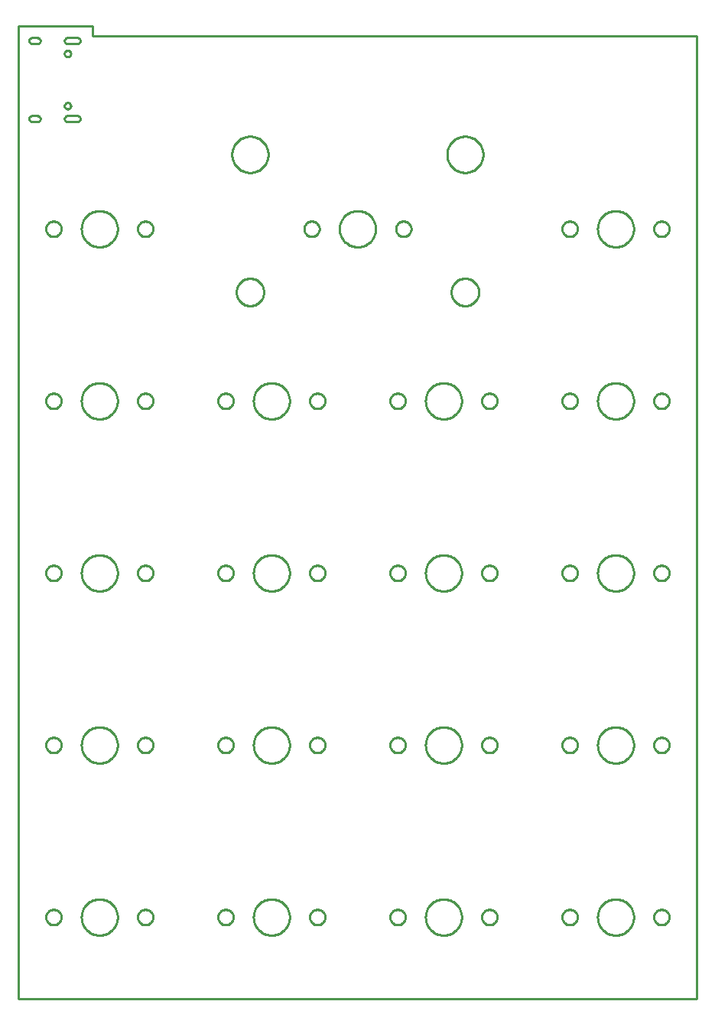
<source format=gbr>
G04 EAGLE Gerber RS-274X export*
G75*
%MOMM*%
%FSLAX34Y34*%
%LPD*%
%IN*%
%IPPOS*%
%AMOC8*
5,1,8,0,0,1.08239X$1,22.5*%
G01*
%ADD10C,0.254000*%


D10*
X5250Y5248D02*
X756748Y5248D01*
X756748Y1071063D01*
X87750Y1071063D01*
X87750Y1082250D01*
X5250Y1082250D01*
X5250Y5248D01*
X17215Y1065615D02*
X17227Y1065332D01*
X17264Y1065051D01*
X17326Y1064774D01*
X17411Y1064503D01*
X17520Y1064241D01*
X17651Y1063990D01*
X17803Y1063751D01*
X17975Y1063526D01*
X18167Y1063317D01*
X18376Y1063125D01*
X18601Y1062953D01*
X18840Y1062800D01*
X19092Y1062669D01*
X19354Y1062561D01*
X19624Y1062476D01*
X19901Y1062414D01*
X20182Y1062377D01*
X20465Y1062365D01*
X26465Y1062365D01*
X26748Y1062377D01*
X27029Y1062414D01*
X27306Y1062476D01*
X27577Y1062561D01*
X27839Y1062669D01*
X28090Y1062800D01*
X28329Y1062953D01*
X28554Y1063125D01*
X28763Y1063317D01*
X28955Y1063526D01*
X29127Y1063751D01*
X29280Y1063990D01*
X29411Y1064241D01*
X29519Y1064503D01*
X29604Y1064774D01*
X29666Y1065051D01*
X29703Y1065332D01*
X29715Y1065615D01*
X29703Y1065898D01*
X29666Y1066179D01*
X29604Y1066456D01*
X29519Y1066726D01*
X29411Y1066988D01*
X29280Y1067240D01*
X29127Y1067479D01*
X28955Y1067704D01*
X28763Y1067913D01*
X28554Y1068105D01*
X28329Y1068277D01*
X28090Y1068429D01*
X27839Y1068560D01*
X27577Y1068669D01*
X27306Y1068754D01*
X27029Y1068816D01*
X26748Y1068853D01*
X26465Y1068865D01*
X20465Y1068865D01*
X20182Y1068853D01*
X19901Y1068816D01*
X19624Y1068754D01*
X19354Y1068669D01*
X19092Y1068560D01*
X18840Y1068429D01*
X18601Y1068277D01*
X18376Y1068105D01*
X18167Y1067913D01*
X17975Y1067704D01*
X17803Y1067479D01*
X17651Y1067240D01*
X17520Y1066988D01*
X17411Y1066726D01*
X17326Y1066456D01*
X17264Y1066179D01*
X17227Y1065898D01*
X17215Y1065615D01*
X17215Y979215D02*
X17227Y978932D01*
X17264Y978651D01*
X17326Y978374D01*
X17411Y978103D01*
X17520Y977841D01*
X17651Y977590D01*
X17803Y977351D01*
X17975Y977126D01*
X18167Y976917D01*
X18376Y976725D01*
X18601Y976553D01*
X18840Y976400D01*
X19092Y976269D01*
X19354Y976161D01*
X19624Y976076D01*
X19901Y976014D01*
X20182Y975977D01*
X20465Y975965D01*
X26465Y975965D01*
X26748Y975977D01*
X27029Y976014D01*
X27306Y976076D01*
X27577Y976161D01*
X27839Y976269D01*
X28090Y976400D01*
X28329Y976553D01*
X28554Y976725D01*
X28763Y976917D01*
X28955Y977126D01*
X29127Y977351D01*
X29280Y977590D01*
X29411Y977841D01*
X29519Y978103D01*
X29604Y978374D01*
X29666Y978651D01*
X29703Y978932D01*
X29715Y979215D01*
X29703Y979498D01*
X29666Y979779D01*
X29604Y980056D01*
X29519Y980326D01*
X29411Y980588D01*
X29280Y980840D01*
X29127Y981079D01*
X28955Y981304D01*
X28763Y981513D01*
X28554Y981705D01*
X28329Y981877D01*
X28090Y982029D01*
X27839Y982160D01*
X27577Y982269D01*
X27306Y982354D01*
X27029Y982416D01*
X26748Y982453D01*
X26465Y982465D01*
X20465Y982465D01*
X20182Y982453D01*
X19901Y982416D01*
X19624Y982354D01*
X19354Y982269D01*
X19092Y982160D01*
X18840Y982029D01*
X18601Y981877D01*
X18376Y981705D01*
X18167Y981513D01*
X17975Y981304D01*
X17803Y981079D01*
X17651Y980840D01*
X17520Y980588D01*
X17411Y980326D01*
X17326Y980056D01*
X17264Y979779D01*
X17227Y979498D01*
X17215Y979215D01*
X56515Y1065615D02*
X56527Y1065332D01*
X56564Y1065051D01*
X56626Y1064774D01*
X56711Y1064503D01*
X56820Y1064241D01*
X56951Y1063990D01*
X57103Y1063751D01*
X57275Y1063526D01*
X57467Y1063317D01*
X57676Y1063125D01*
X57901Y1062953D01*
X58140Y1062800D01*
X58392Y1062669D01*
X58654Y1062561D01*
X58924Y1062476D01*
X59201Y1062414D01*
X59482Y1062377D01*
X59765Y1062365D01*
X70765Y1062365D01*
X71048Y1062377D01*
X71329Y1062414D01*
X71606Y1062476D01*
X71877Y1062561D01*
X72139Y1062669D01*
X72390Y1062800D01*
X72629Y1062953D01*
X72854Y1063125D01*
X73063Y1063317D01*
X73255Y1063526D01*
X73427Y1063751D01*
X73580Y1063990D01*
X73711Y1064241D01*
X73819Y1064503D01*
X73904Y1064774D01*
X73966Y1065051D01*
X74003Y1065332D01*
X74015Y1065615D01*
X74003Y1065898D01*
X73966Y1066179D01*
X73904Y1066456D01*
X73819Y1066726D01*
X73711Y1066988D01*
X73580Y1067240D01*
X73427Y1067479D01*
X73255Y1067704D01*
X73063Y1067913D01*
X72854Y1068105D01*
X72629Y1068277D01*
X72390Y1068429D01*
X72139Y1068560D01*
X71877Y1068669D01*
X71606Y1068754D01*
X71329Y1068816D01*
X71048Y1068853D01*
X70765Y1068865D01*
X59765Y1068865D01*
X59482Y1068853D01*
X59201Y1068816D01*
X58924Y1068754D01*
X58654Y1068669D01*
X58392Y1068560D01*
X58140Y1068429D01*
X57901Y1068277D01*
X57676Y1068105D01*
X57467Y1067913D01*
X57275Y1067704D01*
X57103Y1067479D01*
X56951Y1067240D01*
X56820Y1066988D01*
X56711Y1066726D01*
X56626Y1066456D01*
X56564Y1066179D01*
X56527Y1065898D01*
X56515Y1065615D01*
X56515Y979215D02*
X56527Y978932D01*
X56564Y978651D01*
X56626Y978374D01*
X56711Y978103D01*
X56820Y977841D01*
X56951Y977590D01*
X57103Y977351D01*
X57275Y977126D01*
X57467Y976917D01*
X57676Y976725D01*
X57901Y976553D01*
X58140Y976400D01*
X58392Y976269D01*
X58654Y976161D01*
X58924Y976076D01*
X59201Y976014D01*
X59482Y975977D01*
X59765Y975965D01*
X70765Y975965D01*
X71048Y975977D01*
X71329Y976014D01*
X71606Y976076D01*
X71877Y976161D01*
X72139Y976269D01*
X72390Y976400D01*
X72629Y976553D01*
X72854Y976725D01*
X73063Y976917D01*
X73255Y977126D01*
X73427Y977351D01*
X73580Y977590D01*
X73711Y977841D01*
X73819Y978103D01*
X73904Y978374D01*
X73966Y978651D01*
X74003Y978932D01*
X74015Y979215D01*
X74003Y979498D01*
X73966Y979779D01*
X73904Y980056D01*
X73819Y980326D01*
X73711Y980588D01*
X73580Y980840D01*
X73427Y981079D01*
X73255Y981304D01*
X73063Y981513D01*
X72854Y981705D01*
X72629Y981877D01*
X72390Y982029D01*
X72139Y982160D01*
X71877Y982269D01*
X71606Y982354D01*
X71329Y982416D01*
X71048Y982453D01*
X70765Y982465D01*
X59765Y982465D01*
X59482Y982453D01*
X59201Y982416D01*
X58924Y982354D01*
X58654Y982269D01*
X58392Y982160D01*
X58140Y982029D01*
X57901Y981877D01*
X57676Y981705D01*
X57467Y981513D01*
X57275Y981304D01*
X57103Y981079D01*
X56951Y980840D01*
X56820Y980588D01*
X56711Y980326D01*
X56626Y980056D01*
X56564Y979779D01*
X56527Y979498D01*
X56515Y979215D01*
X115250Y856646D02*
X115177Y855439D01*
X115031Y854239D01*
X114813Y853050D01*
X114524Y851877D01*
X114165Y850723D01*
X113736Y849593D01*
X113240Y848491D01*
X112678Y847420D01*
X112053Y846386D01*
X111366Y845391D01*
X110621Y844440D01*
X109819Y843535D01*
X108965Y842681D01*
X108060Y841879D01*
X107109Y841134D01*
X106114Y840447D01*
X105080Y839822D01*
X104009Y839260D01*
X102907Y838764D01*
X101777Y838335D01*
X100623Y837976D01*
X99450Y837687D01*
X98261Y837469D01*
X97061Y837323D01*
X95854Y837250D01*
X94646Y837250D01*
X93439Y837323D01*
X92239Y837469D01*
X91050Y837687D01*
X89877Y837976D01*
X88723Y838335D01*
X87593Y838764D01*
X86491Y839260D01*
X85420Y839822D01*
X84386Y840447D01*
X83391Y841134D01*
X82440Y841879D01*
X81535Y842681D01*
X80681Y843535D01*
X79879Y844440D01*
X79134Y845391D01*
X78447Y846386D01*
X77822Y847420D01*
X77260Y848491D01*
X76764Y849593D01*
X76335Y850723D01*
X75976Y851877D01*
X75687Y853050D01*
X75469Y854239D01*
X75323Y855439D01*
X75250Y856646D01*
X75250Y857854D01*
X75323Y859061D01*
X75469Y860261D01*
X75687Y861450D01*
X75976Y862623D01*
X76335Y863777D01*
X76764Y864907D01*
X77260Y866009D01*
X77822Y867080D01*
X78447Y868114D01*
X79134Y869109D01*
X79879Y870060D01*
X80681Y870965D01*
X81535Y871819D01*
X82440Y872621D01*
X83391Y873366D01*
X84386Y874053D01*
X85420Y874678D01*
X86491Y875240D01*
X87593Y875736D01*
X88723Y876165D01*
X89877Y876524D01*
X91050Y876813D01*
X92239Y877031D01*
X93439Y877177D01*
X94646Y877250D01*
X95854Y877250D01*
X97061Y877177D01*
X98261Y877031D01*
X99450Y876813D01*
X100623Y876524D01*
X101777Y876165D01*
X102907Y875736D01*
X104009Y875240D01*
X105080Y874678D01*
X106114Y874053D01*
X107109Y873366D01*
X108060Y872621D01*
X108965Y871819D01*
X109819Y870965D01*
X110621Y870060D01*
X111366Y869109D01*
X112053Y868114D01*
X112678Y867080D01*
X113240Y866009D01*
X113736Y864907D01*
X114165Y863777D01*
X114524Y862623D01*
X114813Y861450D01*
X115031Y860261D01*
X115177Y859061D01*
X115250Y857854D01*
X115250Y856646D01*
X52950Y856879D02*
X52885Y856139D01*
X52756Y855409D01*
X52564Y854692D01*
X52310Y853994D01*
X51997Y853321D01*
X51626Y852679D01*
X51200Y852071D01*
X50723Y851502D01*
X50198Y850977D01*
X49629Y850500D01*
X49021Y850074D01*
X48379Y849703D01*
X47706Y849390D01*
X47008Y849136D01*
X46292Y848944D01*
X45561Y848815D01*
X44821Y848750D01*
X44079Y848750D01*
X43339Y848815D01*
X42609Y848944D01*
X41892Y849136D01*
X41194Y849390D01*
X40521Y849703D01*
X39879Y850074D01*
X39271Y850500D01*
X38702Y850977D01*
X38177Y851502D01*
X37700Y852071D01*
X37274Y852679D01*
X36903Y853321D01*
X36590Y853994D01*
X36336Y854692D01*
X36144Y855409D01*
X36015Y856139D01*
X35950Y856879D01*
X35950Y857621D01*
X36015Y858361D01*
X36144Y859092D01*
X36336Y859808D01*
X36590Y860506D01*
X36903Y861179D01*
X37274Y861821D01*
X37700Y862429D01*
X38177Y862998D01*
X38702Y863523D01*
X39271Y864000D01*
X39879Y864426D01*
X40521Y864797D01*
X41194Y865110D01*
X41892Y865364D01*
X42609Y865556D01*
X43339Y865685D01*
X44079Y865750D01*
X44821Y865750D01*
X45561Y865685D01*
X46292Y865556D01*
X47008Y865364D01*
X47706Y865110D01*
X48379Y864797D01*
X49021Y864426D01*
X49629Y864000D01*
X50198Y863523D01*
X50723Y862998D01*
X51200Y862429D01*
X51626Y861821D01*
X51997Y861179D01*
X52310Y860506D01*
X52564Y859808D01*
X52756Y859092D01*
X52885Y858361D01*
X52950Y857621D01*
X52950Y856879D01*
X154550Y856879D02*
X154485Y856139D01*
X154356Y855409D01*
X154164Y854692D01*
X153910Y853994D01*
X153597Y853321D01*
X153226Y852679D01*
X152800Y852071D01*
X152323Y851502D01*
X151798Y850977D01*
X151229Y850500D01*
X150621Y850074D01*
X149979Y849703D01*
X149306Y849390D01*
X148608Y849136D01*
X147892Y848944D01*
X147161Y848815D01*
X146421Y848750D01*
X145679Y848750D01*
X144939Y848815D01*
X144209Y848944D01*
X143492Y849136D01*
X142794Y849390D01*
X142121Y849703D01*
X141479Y850074D01*
X140871Y850500D01*
X140302Y850977D01*
X139777Y851502D01*
X139300Y852071D01*
X138874Y852679D01*
X138503Y853321D01*
X138190Y853994D01*
X137936Y854692D01*
X137744Y855409D01*
X137615Y856139D01*
X137550Y856879D01*
X137550Y857621D01*
X137615Y858361D01*
X137744Y859092D01*
X137936Y859808D01*
X138190Y860506D01*
X138503Y861179D01*
X138874Y861821D01*
X139300Y862429D01*
X139777Y862998D01*
X140302Y863523D01*
X140871Y864000D01*
X141479Y864426D01*
X142121Y864797D01*
X142794Y865110D01*
X143492Y865364D01*
X144209Y865556D01*
X144939Y865685D01*
X145679Y865750D01*
X146421Y865750D01*
X147161Y865685D01*
X147892Y865556D01*
X148608Y865364D01*
X149306Y865110D01*
X149979Y864797D01*
X150621Y864426D01*
X151229Y864000D01*
X151798Y863523D01*
X152323Y862998D01*
X152800Y862429D01*
X153226Y861821D01*
X153597Y861179D01*
X153910Y860506D01*
X154164Y859808D01*
X154356Y859092D01*
X154485Y858361D01*
X154550Y857621D01*
X154550Y856879D01*
X401000Y856646D02*
X400927Y855439D01*
X400781Y854239D01*
X400563Y853050D01*
X400274Y851877D01*
X399915Y850723D01*
X399486Y849593D01*
X398990Y848491D01*
X398428Y847420D01*
X397803Y846386D01*
X397116Y845391D01*
X396371Y844440D01*
X395569Y843535D01*
X394715Y842681D01*
X393810Y841879D01*
X392859Y841134D01*
X391864Y840447D01*
X390830Y839822D01*
X389759Y839260D01*
X388657Y838764D01*
X387527Y838335D01*
X386373Y837976D01*
X385200Y837687D01*
X384011Y837469D01*
X382811Y837323D01*
X381604Y837250D01*
X380396Y837250D01*
X379189Y837323D01*
X377989Y837469D01*
X376800Y837687D01*
X375627Y837976D01*
X374473Y838335D01*
X373343Y838764D01*
X372241Y839260D01*
X371170Y839822D01*
X370136Y840447D01*
X369141Y841134D01*
X368190Y841879D01*
X367285Y842681D01*
X366431Y843535D01*
X365629Y844440D01*
X364884Y845391D01*
X364197Y846386D01*
X363572Y847420D01*
X363010Y848491D01*
X362514Y849593D01*
X362085Y850723D01*
X361726Y851877D01*
X361437Y853050D01*
X361219Y854239D01*
X361073Y855439D01*
X361000Y856646D01*
X361000Y857854D01*
X361073Y859061D01*
X361219Y860261D01*
X361437Y861450D01*
X361726Y862623D01*
X362085Y863777D01*
X362514Y864907D01*
X363010Y866009D01*
X363572Y867080D01*
X364197Y868114D01*
X364884Y869109D01*
X365629Y870060D01*
X366431Y870965D01*
X367285Y871819D01*
X368190Y872621D01*
X369141Y873366D01*
X370136Y874053D01*
X371170Y874678D01*
X372241Y875240D01*
X373343Y875736D01*
X374473Y876165D01*
X375627Y876524D01*
X376800Y876813D01*
X377989Y877031D01*
X379189Y877177D01*
X380396Y877250D01*
X381604Y877250D01*
X382811Y877177D01*
X384011Y877031D01*
X385200Y876813D01*
X386373Y876524D01*
X387527Y876165D01*
X388657Y875736D01*
X389759Y875240D01*
X390830Y874678D01*
X391864Y874053D01*
X392859Y873366D01*
X393810Y872621D01*
X394715Y871819D01*
X395569Y870965D01*
X396371Y870060D01*
X397116Y869109D01*
X397803Y868114D01*
X398428Y867080D01*
X398990Y866009D01*
X399486Y864907D01*
X399915Y863777D01*
X400274Y862623D01*
X400563Y861450D01*
X400781Y860261D01*
X400927Y859061D01*
X401000Y857854D01*
X401000Y856646D01*
X338700Y856879D02*
X338635Y856139D01*
X338506Y855409D01*
X338314Y854692D01*
X338060Y853994D01*
X337747Y853321D01*
X337376Y852679D01*
X336950Y852071D01*
X336473Y851502D01*
X335948Y850977D01*
X335379Y850500D01*
X334771Y850074D01*
X334129Y849703D01*
X333456Y849390D01*
X332758Y849136D01*
X332042Y848944D01*
X331311Y848815D01*
X330571Y848750D01*
X329829Y848750D01*
X329089Y848815D01*
X328359Y848944D01*
X327642Y849136D01*
X326944Y849390D01*
X326271Y849703D01*
X325629Y850074D01*
X325021Y850500D01*
X324452Y850977D01*
X323927Y851502D01*
X323450Y852071D01*
X323024Y852679D01*
X322653Y853321D01*
X322340Y853994D01*
X322086Y854692D01*
X321894Y855409D01*
X321765Y856139D01*
X321700Y856879D01*
X321700Y857621D01*
X321765Y858361D01*
X321894Y859092D01*
X322086Y859808D01*
X322340Y860506D01*
X322653Y861179D01*
X323024Y861821D01*
X323450Y862429D01*
X323927Y862998D01*
X324452Y863523D01*
X325021Y864000D01*
X325629Y864426D01*
X326271Y864797D01*
X326944Y865110D01*
X327642Y865364D01*
X328359Y865556D01*
X329089Y865685D01*
X329829Y865750D01*
X330571Y865750D01*
X331311Y865685D01*
X332042Y865556D01*
X332758Y865364D01*
X333456Y865110D01*
X334129Y864797D01*
X334771Y864426D01*
X335379Y864000D01*
X335948Y863523D01*
X336473Y862998D01*
X336950Y862429D01*
X337376Y861821D01*
X337747Y861179D01*
X338060Y860506D01*
X338314Y859808D01*
X338506Y859092D01*
X338635Y858361D01*
X338700Y857621D01*
X338700Y856879D01*
X440300Y856879D02*
X440235Y856139D01*
X440106Y855409D01*
X439914Y854692D01*
X439660Y853994D01*
X439347Y853321D01*
X438976Y852679D01*
X438550Y852071D01*
X438073Y851502D01*
X437548Y850977D01*
X436979Y850500D01*
X436371Y850074D01*
X435729Y849703D01*
X435056Y849390D01*
X434358Y849136D01*
X433642Y848944D01*
X432911Y848815D01*
X432171Y848750D01*
X431429Y848750D01*
X430689Y848815D01*
X429959Y848944D01*
X429242Y849136D01*
X428544Y849390D01*
X427871Y849703D01*
X427229Y850074D01*
X426621Y850500D01*
X426052Y850977D01*
X425527Y851502D01*
X425050Y852071D01*
X424624Y852679D01*
X424253Y853321D01*
X423940Y853994D01*
X423686Y854692D01*
X423494Y855409D01*
X423365Y856139D01*
X423300Y856879D01*
X423300Y857621D01*
X423365Y858361D01*
X423494Y859092D01*
X423686Y859808D01*
X423940Y860506D01*
X424253Y861179D01*
X424624Y861821D01*
X425050Y862429D01*
X425527Y862998D01*
X426052Y863523D01*
X426621Y864000D01*
X427229Y864426D01*
X427871Y864797D01*
X428544Y865110D01*
X429242Y865364D01*
X429959Y865556D01*
X430689Y865685D01*
X431429Y865750D01*
X432171Y865750D01*
X432911Y865685D01*
X433642Y865556D01*
X434358Y865364D01*
X435056Y865110D01*
X435729Y864797D01*
X436371Y864426D01*
X436979Y864000D01*
X437548Y863523D01*
X438073Y862998D01*
X438550Y862429D01*
X438976Y861821D01*
X439347Y861179D01*
X439660Y860506D01*
X439914Y859808D01*
X440106Y859092D01*
X440235Y858361D01*
X440300Y857621D01*
X440300Y856879D01*
X277250Y786705D02*
X277172Y785619D01*
X277017Y784541D01*
X276786Y783476D01*
X276479Y782431D01*
X276098Y781410D01*
X275646Y780420D01*
X275124Y779463D01*
X274535Y778547D01*
X273882Y777675D01*
X273169Y776852D01*
X272398Y776082D01*
X271575Y775368D01*
X270703Y774715D01*
X269787Y774126D01*
X268831Y773604D01*
X267840Y773152D01*
X266819Y772771D01*
X265774Y772464D01*
X264709Y772233D01*
X263631Y772078D01*
X262545Y772000D01*
X261455Y772000D01*
X260369Y772078D01*
X259291Y772233D01*
X258226Y772464D01*
X257181Y772771D01*
X256160Y773152D01*
X255170Y773604D01*
X254213Y774126D01*
X253297Y774715D01*
X252425Y775368D01*
X251602Y776082D01*
X250832Y776852D01*
X250118Y777675D01*
X249465Y778547D01*
X248876Y779463D01*
X248354Y780420D01*
X247902Y781410D01*
X247521Y782431D01*
X247214Y783476D01*
X246983Y784541D01*
X246828Y785619D01*
X246750Y786705D01*
X246750Y787795D01*
X246828Y788881D01*
X246983Y789959D01*
X247214Y791024D01*
X247521Y792069D01*
X247902Y793090D01*
X248354Y794081D01*
X248876Y795037D01*
X249465Y795953D01*
X250118Y796825D01*
X250832Y797648D01*
X251602Y798419D01*
X252425Y799132D01*
X253297Y799785D01*
X254213Y800374D01*
X255170Y800896D01*
X256160Y801348D01*
X257181Y801729D01*
X258226Y802036D01*
X259291Y802267D01*
X260369Y802422D01*
X261455Y802500D01*
X262545Y802500D01*
X263631Y802422D01*
X264709Y802267D01*
X265774Y802036D01*
X266819Y801729D01*
X267840Y801348D01*
X268831Y800896D01*
X269787Y800374D01*
X270703Y799785D01*
X271575Y799132D01*
X272398Y798419D01*
X273169Y797648D01*
X273882Y796825D01*
X274535Y795953D01*
X275124Y795037D01*
X275646Y794081D01*
X276098Y793090D01*
X276479Y792069D01*
X276786Y791024D01*
X277017Y789959D01*
X277172Y788881D01*
X277250Y787795D01*
X277250Y786705D01*
X515250Y786705D02*
X515172Y785619D01*
X515017Y784541D01*
X514786Y783476D01*
X514479Y782431D01*
X514098Y781410D01*
X513646Y780420D01*
X513124Y779463D01*
X512535Y778547D01*
X511882Y777675D01*
X511169Y776852D01*
X510398Y776082D01*
X509575Y775368D01*
X508703Y774715D01*
X507787Y774126D01*
X506831Y773604D01*
X505840Y773152D01*
X504819Y772771D01*
X503774Y772464D01*
X502709Y772233D01*
X501631Y772078D01*
X500545Y772000D01*
X499455Y772000D01*
X498369Y772078D01*
X497291Y772233D01*
X496226Y772464D01*
X495181Y772771D01*
X494160Y773152D01*
X493170Y773604D01*
X492213Y774126D01*
X491297Y774715D01*
X490425Y775368D01*
X489602Y776082D01*
X488832Y776852D01*
X488118Y777675D01*
X487465Y778547D01*
X486876Y779463D01*
X486354Y780420D01*
X485902Y781410D01*
X485521Y782431D01*
X485214Y783476D01*
X484983Y784541D01*
X484828Y785619D01*
X484750Y786705D01*
X484750Y787795D01*
X484828Y788881D01*
X484983Y789959D01*
X485214Y791024D01*
X485521Y792069D01*
X485902Y793090D01*
X486354Y794081D01*
X486876Y795037D01*
X487465Y795953D01*
X488118Y796825D01*
X488832Y797648D01*
X489602Y798419D01*
X490425Y799132D01*
X491297Y799785D01*
X492213Y800374D01*
X493170Y800896D01*
X494160Y801348D01*
X495181Y801729D01*
X496226Y802036D01*
X497291Y802267D01*
X498369Y802422D01*
X499455Y802500D01*
X500545Y802500D01*
X501631Y802422D01*
X502709Y802267D01*
X503774Y802036D01*
X504819Y801729D01*
X505840Y801348D01*
X506831Y800896D01*
X507787Y800374D01*
X508703Y799785D01*
X509575Y799132D01*
X510398Y798419D01*
X511169Y797648D01*
X511882Y796825D01*
X512535Y795953D01*
X513124Y795037D01*
X513646Y794081D01*
X514098Y793090D01*
X514479Y792069D01*
X514786Y791024D01*
X515017Y789959D01*
X515172Y788881D01*
X515250Y787795D01*
X515250Y786705D01*
X282000Y939046D02*
X281927Y937839D01*
X281781Y936639D01*
X281563Y935450D01*
X281274Y934277D01*
X280915Y933123D01*
X280486Y931993D01*
X279990Y930891D01*
X279428Y929820D01*
X278803Y928786D01*
X278116Y927791D01*
X277371Y926840D01*
X276569Y925935D01*
X275715Y925081D01*
X274810Y924279D01*
X273859Y923534D01*
X272864Y922847D01*
X271830Y922222D01*
X270759Y921660D01*
X269657Y921164D01*
X268527Y920735D01*
X267373Y920376D01*
X266200Y920087D01*
X265011Y919869D01*
X263811Y919723D01*
X262604Y919650D01*
X261396Y919650D01*
X260189Y919723D01*
X258989Y919869D01*
X257800Y920087D01*
X256627Y920376D01*
X255473Y920735D01*
X254343Y921164D01*
X253241Y921660D01*
X252170Y922222D01*
X251136Y922847D01*
X250141Y923534D01*
X249190Y924279D01*
X248285Y925081D01*
X247431Y925935D01*
X246629Y926840D01*
X245884Y927791D01*
X245197Y928786D01*
X244572Y929820D01*
X244010Y930891D01*
X243514Y931993D01*
X243085Y933123D01*
X242726Y934277D01*
X242437Y935450D01*
X242219Y936639D01*
X242073Y937839D01*
X242000Y939046D01*
X242000Y940254D01*
X242073Y941461D01*
X242219Y942661D01*
X242437Y943850D01*
X242726Y945023D01*
X243085Y946177D01*
X243514Y947307D01*
X244010Y948409D01*
X244572Y949480D01*
X245197Y950514D01*
X245884Y951509D01*
X246629Y952460D01*
X247431Y953365D01*
X248285Y954219D01*
X249190Y955021D01*
X250141Y955766D01*
X251136Y956453D01*
X252170Y957078D01*
X253241Y957640D01*
X254343Y958136D01*
X255473Y958565D01*
X256627Y958924D01*
X257800Y959213D01*
X258989Y959431D01*
X260189Y959577D01*
X261396Y959650D01*
X262604Y959650D01*
X263811Y959577D01*
X265011Y959431D01*
X266200Y959213D01*
X267373Y958924D01*
X268527Y958565D01*
X269657Y958136D01*
X270759Y957640D01*
X271830Y957078D01*
X272864Y956453D01*
X273859Y955766D01*
X274810Y955021D01*
X275715Y954219D01*
X276569Y953365D01*
X277371Y952460D01*
X278116Y951509D01*
X278803Y950514D01*
X279428Y949480D01*
X279990Y948409D01*
X280486Y947307D01*
X280915Y946177D01*
X281274Y945023D01*
X281563Y943850D01*
X281781Y942661D01*
X281927Y941461D01*
X282000Y940254D01*
X282000Y939046D01*
X520000Y939046D02*
X519927Y937839D01*
X519781Y936639D01*
X519563Y935450D01*
X519274Y934277D01*
X518915Y933123D01*
X518486Y931993D01*
X517990Y930891D01*
X517428Y929820D01*
X516803Y928786D01*
X516116Y927791D01*
X515371Y926840D01*
X514569Y925935D01*
X513715Y925081D01*
X512810Y924279D01*
X511859Y923534D01*
X510864Y922847D01*
X509830Y922222D01*
X508759Y921660D01*
X507657Y921164D01*
X506527Y920735D01*
X505373Y920376D01*
X504200Y920087D01*
X503011Y919869D01*
X501811Y919723D01*
X500604Y919650D01*
X499396Y919650D01*
X498189Y919723D01*
X496989Y919869D01*
X495800Y920087D01*
X494627Y920376D01*
X493473Y920735D01*
X492343Y921164D01*
X491241Y921660D01*
X490170Y922222D01*
X489136Y922847D01*
X488141Y923534D01*
X487190Y924279D01*
X486285Y925081D01*
X485431Y925935D01*
X484629Y926840D01*
X483884Y927791D01*
X483197Y928786D01*
X482572Y929820D01*
X482010Y930891D01*
X481514Y931993D01*
X481085Y933123D01*
X480726Y934277D01*
X480437Y935450D01*
X480219Y936639D01*
X480073Y937839D01*
X480000Y939046D01*
X480000Y940254D01*
X480073Y941461D01*
X480219Y942661D01*
X480437Y943850D01*
X480726Y945023D01*
X481085Y946177D01*
X481514Y947307D01*
X482010Y948409D01*
X482572Y949480D01*
X483197Y950514D01*
X483884Y951509D01*
X484629Y952460D01*
X485431Y953365D01*
X486285Y954219D01*
X487190Y955021D01*
X488141Y955766D01*
X489136Y956453D01*
X490170Y957078D01*
X491241Y957640D01*
X492343Y958136D01*
X493473Y958565D01*
X494627Y958924D01*
X495800Y959213D01*
X496989Y959431D01*
X498189Y959577D01*
X499396Y959650D01*
X500604Y959650D01*
X501811Y959577D01*
X503011Y959431D01*
X504200Y959213D01*
X505373Y958924D01*
X506527Y958565D01*
X507657Y958136D01*
X508759Y957640D01*
X509830Y957078D01*
X510864Y956453D01*
X511859Y955766D01*
X512810Y955021D01*
X513715Y954219D01*
X514569Y953365D01*
X515371Y952460D01*
X516116Y951509D01*
X516803Y950514D01*
X517428Y949480D01*
X517990Y948409D01*
X518486Y947307D01*
X518915Y946177D01*
X519274Y945023D01*
X519563Y943850D01*
X519781Y942661D01*
X519927Y941461D01*
X520000Y940254D01*
X520000Y939046D01*
X686750Y856646D02*
X686677Y855439D01*
X686531Y854239D01*
X686313Y853050D01*
X686024Y851877D01*
X685665Y850723D01*
X685236Y849593D01*
X684740Y848491D01*
X684178Y847420D01*
X683553Y846386D01*
X682866Y845391D01*
X682121Y844440D01*
X681319Y843535D01*
X680465Y842681D01*
X679560Y841879D01*
X678609Y841134D01*
X677614Y840447D01*
X676580Y839822D01*
X675509Y839260D01*
X674407Y838764D01*
X673277Y838335D01*
X672123Y837976D01*
X670950Y837687D01*
X669761Y837469D01*
X668561Y837323D01*
X667354Y837250D01*
X666146Y837250D01*
X664939Y837323D01*
X663739Y837469D01*
X662550Y837687D01*
X661377Y837976D01*
X660223Y838335D01*
X659093Y838764D01*
X657991Y839260D01*
X656920Y839822D01*
X655886Y840447D01*
X654891Y841134D01*
X653940Y841879D01*
X653035Y842681D01*
X652181Y843535D01*
X651379Y844440D01*
X650634Y845391D01*
X649947Y846386D01*
X649322Y847420D01*
X648760Y848491D01*
X648264Y849593D01*
X647835Y850723D01*
X647476Y851877D01*
X647187Y853050D01*
X646969Y854239D01*
X646823Y855439D01*
X646750Y856646D01*
X646750Y857854D01*
X646823Y859061D01*
X646969Y860261D01*
X647187Y861450D01*
X647476Y862623D01*
X647835Y863777D01*
X648264Y864907D01*
X648760Y866009D01*
X649322Y867080D01*
X649947Y868114D01*
X650634Y869109D01*
X651379Y870060D01*
X652181Y870965D01*
X653035Y871819D01*
X653940Y872621D01*
X654891Y873366D01*
X655886Y874053D01*
X656920Y874678D01*
X657991Y875240D01*
X659093Y875736D01*
X660223Y876165D01*
X661377Y876524D01*
X662550Y876813D01*
X663739Y877031D01*
X664939Y877177D01*
X666146Y877250D01*
X667354Y877250D01*
X668561Y877177D01*
X669761Y877031D01*
X670950Y876813D01*
X672123Y876524D01*
X673277Y876165D01*
X674407Y875736D01*
X675509Y875240D01*
X676580Y874678D01*
X677614Y874053D01*
X678609Y873366D01*
X679560Y872621D01*
X680465Y871819D01*
X681319Y870965D01*
X682121Y870060D01*
X682866Y869109D01*
X683553Y868114D01*
X684178Y867080D01*
X684740Y866009D01*
X685236Y864907D01*
X685665Y863777D01*
X686024Y862623D01*
X686313Y861450D01*
X686531Y860261D01*
X686677Y859061D01*
X686750Y857854D01*
X686750Y856646D01*
X624450Y856879D02*
X624385Y856139D01*
X624256Y855409D01*
X624064Y854692D01*
X623810Y853994D01*
X623497Y853321D01*
X623126Y852679D01*
X622700Y852071D01*
X622223Y851502D01*
X621698Y850977D01*
X621129Y850500D01*
X620521Y850074D01*
X619879Y849703D01*
X619206Y849390D01*
X618508Y849136D01*
X617792Y848944D01*
X617061Y848815D01*
X616321Y848750D01*
X615579Y848750D01*
X614839Y848815D01*
X614109Y848944D01*
X613392Y849136D01*
X612694Y849390D01*
X612021Y849703D01*
X611379Y850074D01*
X610771Y850500D01*
X610202Y850977D01*
X609677Y851502D01*
X609200Y852071D01*
X608774Y852679D01*
X608403Y853321D01*
X608090Y853994D01*
X607836Y854692D01*
X607644Y855409D01*
X607515Y856139D01*
X607450Y856879D01*
X607450Y857621D01*
X607515Y858361D01*
X607644Y859092D01*
X607836Y859808D01*
X608090Y860506D01*
X608403Y861179D01*
X608774Y861821D01*
X609200Y862429D01*
X609677Y862998D01*
X610202Y863523D01*
X610771Y864000D01*
X611379Y864426D01*
X612021Y864797D01*
X612694Y865110D01*
X613392Y865364D01*
X614109Y865556D01*
X614839Y865685D01*
X615579Y865750D01*
X616321Y865750D01*
X617061Y865685D01*
X617792Y865556D01*
X618508Y865364D01*
X619206Y865110D01*
X619879Y864797D01*
X620521Y864426D01*
X621129Y864000D01*
X621698Y863523D01*
X622223Y862998D01*
X622700Y862429D01*
X623126Y861821D01*
X623497Y861179D01*
X623810Y860506D01*
X624064Y859808D01*
X624256Y859092D01*
X624385Y858361D01*
X624450Y857621D01*
X624450Y856879D01*
X726050Y856879D02*
X725985Y856139D01*
X725856Y855409D01*
X725664Y854692D01*
X725410Y853994D01*
X725097Y853321D01*
X724726Y852679D01*
X724300Y852071D01*
X723823Y851502D01*
X723298Y850977D01*
X722729Y850500D01*
X722121Y850074D01*
X721479Y849703D01*
X720806Y849390D01*
X720108Y849136D01*
X719392Y848944D01*
X718661Y848815D01*
X717921Y848750D01*
X717179Y848750D01*
X716439Y848815D01*
X715709Y848944D01*
X714992Y849136D01*
X714294Y849390D01*
X713621Y849703D01*
X712979Y850074D01*
X712371Y850500D01*
X711802Y850977D01*
X711277Y851502D01*
X710800Y852071D01*
X710374Y852679D01*
X710003Y853321D01*
X709690Y853994D01*
X709436Y854692D01*
X709244Y855409D01*
X709115Y856139D01*
X709050Y856879D01*
X709050Y857621D01*
X709115Y858361D01*
X709244Y859092D01*
X709436Y859808D01*
X709690Y860506D01*
X710003Y861179D01*
X710374Y861821D01*
X710800Y862429D01*
X711277Y862998D01*
X711802Y863523D01*
X712371Y864000D01*
X712979Y864426D01*
X713621Y864797D01*
X714294Y865110D01*
X714992Y865364D01*
X715709Y865556D01*
X716439Y865685D01*
X717179Y865750D01*
X717921Y865750D01*
X718661Y865685D01*
X719392Y865556D01*
X720108Y865364D01*
X720806Y865110D01*
X721479Y864797D01*
X722121Y864426D01*
X722729Y864000D01*
X723298Y863523D01*
X723823Y862998D01*
X724300Y862429D01*
X724726Y861821D01*
X725097Y861179D01*
X725410Y860506D01*
X725664Y859808D01*
X725856Y859092D01*
X725985Y858361D01*
X726050Y857621D01*
X726050Y856879D01*
X115250Y666146D02*
X115177Y664939D01*
X115031Y663739D01*
X114813Y662550D01*
X114524Y661377D01*
X114165Y660223D01*
X113736Y659093D01*
X113240Y657991D01*
X112678Y656920D01*
X112053Y655886D01*
X111366Y654891D01*
X110621Y653940D01*
X109819Y653035D01*
X108965Y652181D01*
X108060Y651379D01*
X107109Y650634D01*
X106114Y649947D01*
X105080Y649322D01*
X104009Y648760D01*
X102907Y648264D01*
X101777Y647835D01*
X100623Y647476D01*
X99450Y647187D01*
X98261Y646969D01*
X97061Y646823D01*
X95854Y646750D01*
X94646Y646750D01*
X93439Y646823D01*
X92239Y646969D01*
X91050Y647187D01*
X89877Y647476D01*
X88723Y647835D01*
X87593Y648264D01*
X86491Y648760D01*
X85420Y649322D01*
X84386Y649947D01*
X83391Y650634D01*
X82440Y651379D01*
X81535Y652181D01*
X80681Y653035D01*
X79879Y653940D01*
X79134Y654891D01*
X78447Y655886D01*
X77822Y656920D01*
X77260Y657991D01*
X76764Y659093D01*
X76335Y660223D01*
X75976Y661377D01*
X75687Y662550D01*
X75469Y663739D01*
X75323Y664939D01*
X75250Y666146D01*
X75250Y667354D01*
X75323Y668561D01*
X75469Y669761D01*
X75687Y670950D01*
X75976Y672123D01*
X76335Y673277D01*
X76764Y674407D01*
X77260Y675509D01*
X77822Y676580D01*
X78447Y677614D01*
X79134Y678609D01*
X79879Y679560D01*
X80681Y680465D01*
X81535Y681319D01*
X82440Y682121D01*
X83391Y682866D01*
X84386Y683553D01*
X85420Y684178D01*
X86491Y684740D01*
X87593Y685236D01*
X88723Y685665D01*
X89877Y686024D01*
X91050Y686313D01*
X92239Y686531D01*
X93439Y686677D01*
X94646Y686750D01*
X95854Y686750D01*
X97061Y686677D01*
X98261Y686531D01*
X99450Y686313D01*
X100623Y686024D01*
X101777Y685665D01*
X102907Y685236D01*
X104009Y684740D01*
X105080Y684178D01*
X106114Y683553D01*
X107109Y682866D01*
X108060Y682121D01*
X108965Y681319D01*
X109819Y680465D01*
X110621Y679560D01*
X111366Y678609D01*
X112053Y677614D01*
X112678Y676580D01*
X113240Y675509D01*
X113736Y674407D01*
X114165Y673277D01*
X114524Y672123D01*
X114813Y670950D01*
X115031Y669761D01*
X115177Y668561D01*
X115250Y667354D01*
X115250Y666146D01*
X52950Y666379D02*
X52885Y665639D01*
X52756Y664909D01*
X52564Y664192D01*
X52310Y663494D01*
X51997Y662821D01*
X51626Y662179D01*
X51200Y661571D01*
X50723Y661002D01*
X50198Y660477D01*
X49629Y660000D01*
X49021Y659574D01*
X48379Y659203D01*
X47706Y658890D01*
X47008Y658636D01*
X46292Y658444D01*
X45561Y658315D01*
X44821Y658250D01*
X44079Y658250D01*
X43339Y658315D01*
X42609Y658444D01*
X41892Y658636D01*
X41194Y658890D01*
X40521Y659203D01*
X39879Y659574D01*
X39271Y660000D01*
X38702Y660477D01*
X38177Y661002D01*
X37700Y661571D01*
X37274Y662179D01*
X36903Y662821D01*
X36590Y663494D01*
X36336Y664192D01*
X36144Y664909D01*
X36015Y665639D01*
X35950Y666379D01*
X35950Y667121D01*
X36015Y667861D01*
X36144Y668592D01*
X36336Y669308D01*
X36590Y670006D01*
X36903Y670679D01*
X37274Y671321D01*
X37700Y671929D01*
X38177Y672498D01*
X38702Y673023D01*
X39271Y673500D01*
X39879Y673926D01*
X40521Y674297D01*
X41194Y674610D01*
X41892Y674864D01*
X42609Y675056D01*
X43339Y675185D01*
X44079Y675250D01*
X44821Y675250D01*
X45561Y675185D01*
X46292Y675056D01*
X47008Y674864D01*
X47706Y674610D01*
X48379Y674297D01*
X49021Y673926D01*
X49629Y673500D01*
X50198Y673023D01*
X50723Y672498D01*
X51200Y671929D01*
X51626Y671321D01*
X51997Y670679D01*
X52310Y670006D01*
X52564Y669308D01*
X52756Y668592D01*
X52885Y667861D01*
X52950Y667121D01*
X52950Y666379D01*
X154550Y666379D02*
X154485Y665639D01*
X154356Y664909D01*
X154164Y664192D01*
X153910Y663494D01*
X153597Y662821D01*
X153226Y662179D01*
X152800Y661571D01*
X152323Y661002D01*
X151798Y660477D01*
X151229Y660000D01*
X150621Y659574D01*
X149979Y659203D01*
X149306Y658890D01*
X148608Y658636D01*
X147892Y658444D01*
X147161Y658315D01*
X146421Y658250D01*
X145679Y658250D01*
X144939Y658315D01*
X144209Y658444D01*
X143492Y658636D01*
X142794Y658890D01*
X142121Y659203D01*
X141479Y659574D01*
X140871Y660000D01*
X140302Y660477D01*
X139777Y661002D01*
X139300Y661571D01*
X138874Y662179D01*
X138503Y662821D01*
X138190Y663494D01*
X137936Y664192D01*
X137744Y664909D01*
X137615Y665639D01*
X137550Y666379D01*
X137550Y667121D01*
X137615Y667861D01*
X137744Y668592D01*
X137936Y669308D01*
X138190Y670006D01*
X138503Y670679D01*
X138874Y671321D01*
X139300Y671929D01*
X139777Y672498D01*
X140302Y673023D01*
X140871Y673500D01*
X141479Y673926D01*
X142121Y674297D01*
X142794Y674610D01*
X143492Y674864D01*
X144209Y675056D01*
X144939Y675185D01*
X145679Y675250D01*
X146421Y675250D01*
X147161Y675185D01*
X147892Y675056D01*
X148608Y674864D01*
X149306Y674610D01*
X149979Y674297D01*
X150621Y673926D01*
X151229Y673500D01*
X151798Y673023D01*
X152323Y672498D01*
X152800Y671929D01*
X153226Y671321D01*
X153597Y670679D01*
X153910Y670006D01*
X154164Y669308D01*
X154356Y668592D01*
X154485Y667861D01*
X154550Y667121D01*
X154550Y666379D01*
X305750Y666146D02*
X305677Y664939D01*
X305531Y663739D01*
X305313Y662550D01*
X305024Y661377D01*
X304665Y660223D01*
X304236Y659093D01*
X303740Y657991D01*
X303178Y656920D01*
X302553Y655886D01*
X301866Y654891D01*
X301121Y653940D01*
X300319Y653035D01*
X299465Y652181D01*
X298560Y651379D01*
X297609Y650634D01*
X296614Y649947D01*
X295580Y649322D01*
X294509Y648760D01*
X293407Y648264D01*
X292277Y647835D01*
X291123Y647476D01*
X289950Y647187D01*
X288761Y646969D01*
X287561Y646823D01*
X286354Y646750D01*
X285146Y646750D01*
X283939Y646823D01*
X282739Y646969D01*
X281550Y647187D01*
X280377Y647476D01*
X279223Y647835D01*
X278093Y648264D01*
X276991Y648760D01*
X275920Y649322D01*
X274886Y649947D01*
X273891Y650634D01*
X272940Y651379D01*
X272035Y652181D01*
X271181Y653035D01*
X270379Y653940D01*
X269634Y654891D01*
X268947Y655886D01*
X268322Y656920D01*
X267760Y657991D01*
X267264Y659093D01*
X266835Y660223D01*
X266476Y661377D01*
X266187Y662550D01*
X265969Y663739D01*
X265823Y664939D01*
X265750Y666146D01*
X265750Y667354D01*
X265823Y668561D01*
X265969Y669761D01*
X266187Y670950D01*
X266476Y672123D01*
X266835Y673277D01*
X267264Y674407D01*
X267760Y675509D01*
X268322Y676580D01*
X268947Y677614D01*
X269634Y678609D01*
X270379Y679560D01*
X271181Y680465D01*
X272035Y681319D01*
X272940Y682121D01*
X273891Y682866D01*
X274886Y683553D01*
X275920Y684178D01*
X276991Y684740D01*
X278093Y685236D01*
X279223Y685665D01*
X280377Y686024D01*
X281550Y686313D01*
X282739Y686531D01*
X283939Y686677D01*
X285146Y686750D01*
X286354Y686750D01*
X287561Y686677D01*
X288761Y686531D01*
X289950Y686313D01*
X291123Y686024D01*
X292277Y685665D01*
X293407Y685236D01*
X294509Y684740D01*
X295580Y684178D01*
X296614Y683553D01*
X297609Y682866D01*
X298560Y682121D01*
X299465Y681319D01*
X300319Y680465D01*
X301121Y679560D01*
X301866Y678609D01*
X302553Y677614D01*
X303178Y676580D01*
X303740Y675509D01*
X304236Y674407D01*
X304665Y673277D01*
X305024Y672123D01*
X305313Y670950D01*
X305531Y669761D01*
X305677Y668561D01*
X305750Y667354D01*
X305750Y666146D01*
X243450Y666379D02*
X243385Y665639D01*
X243256Y664909D01*
X243064Y664192D01*
X242810Y663494D01*
X242497Y662821D01*
X242126Y662179D01*
X241700Y661571D01*
X241223Y661002D01*
X240698Y660477D01*
X240129Y660000D01*
X239521Y659574D01*
X238879Y659203D01*
X238206Y658890D01*
X237508Y658636D01*
X236792Y658444D01*
X236061Y658315D01*
X235321Y658250D01*
X234579Y658250D01*
X233839Y658315D01*
X233109Y658444D01*
X232392Y658636D01*
X231694Y658890D01*
X231021Y659203D01*
X230379Y659574D01*
X229771Y660000D01*
X229202Y660477D01*
X228677Y661002D01*
X228200Y661571D01*
X227774Y662179D01*
X227403Y662821D01*
X227090Y663494D01*
X226836Y664192D01*
X226644Y664909D01*
X226515Y665639D01*
X226450Y666379D01*
X226450Y667121D01*
X226515Y667861D01*
X226644Y668592D01*
X226836Y669308D01*
X227090Y670006D01*
X227403Y670679D01*
X227774Y671321D01*
X228200Y671929D01*
X228677Y672498D01*
X229202Y673023D01*
X229771Y673500D01*
X230379Y673926D01*
X231021Y674297D01*
X231694Y674610D01*
X232392Y674864D01*
X233109Y675056D01*
X233839Y675185D01*
X234579Y675250D01*
X235321Y675250D01*
X236061Y675185D01*
X236792Y675056D01*
X237508Y674864D01*
X238206Y674610D01*
X238879Y674297D01*
X239521Y673926D01*
X240129Y673500D01*
X240698Y673023D01*
X241223Y672498D01*
X241700Y671929D01*
X242126Y671321D01*
X242497Y670679D01*
X242810Y670006D01*
X243064Y669308D01*
X243256Y668592D01*
X243385Y667861D01*
X243450Y667121D01*
X243450Y666379D01*
X345050Y666379D02*
X344985Y665639D01*
X344856Y664909D01*
X344664Y664192D01*
X344410Y663494D01*
X344097Y662821D01*
X343726Y662179D01*
X343300Y661571D01*
X342823Y661002D01*
X342298Y660477D01*
X341729Y660000D01*
X341121Y659574D01*
X340479Y659203D01*
X339806Y658890D01*
X339108Y658636D01*
X338392Y658444D01*
X337661Y658315D01*
X336921Y658250D01*
X336179Y658250D01*
X335439Y658315D01*
X334709Y658444D01*
X333992Y658636D01*
X333294Y658890D01*
X332621Y659203D01*
X331979Y659574D01*
X331371Y660000D01*
X330802Y660477D01*
X330277Y661002D01*
X329800Y661571D01*
X329374Y662179D01*
X329003Y662821D01*
X328690Y663494D01*
X328436Y664192D01*
X328244Y664909D01*
X328115Y665639D01*
X328050Y666379D01*
X328050Y667121D01*
X328115Y667861D01*
X328244Y668592D01*
X328436Y669308D01*
X328690Y670006D01*
X329003Y670679D01*
X329374Y671321D01*
X329800Y671929D01*
X330277Y672498D01*
X330802Y673023D01*
X331371Y673500D01*
X331979Y673926D01*
X332621Y674297D01*
X333294Y674610D01*
X333992Y674864D01*
X334709Y675056D01*
X335439Y675185D01*
X336179Y675250D01*
X336921Y675250D01*
X337661Y675185D01*
X338392Y675056D01*
X339108Y674864D01*
X339806Y674610D01*
X340479Y674297D01*
X341121Y673926D01*
X341729Y673500D01*
X342298Y673023D01*
X342823Y672498D01*
X343300Y671929D01*
X343726Y671321D01*
X344097Y670679D01*
X344410Y670006D01*
X344664Y669308D01*
X344856Y668592D01*
X344985Y667861D01*
X345050Y667121D01*
X345050Y666379D01*
X496250Y666146D02*
X496177Y664939D01*
X496031Y663739D01*
X495813Y662550D01*
X495524Y661377D01*
X495165Y660223D01*
X494736Y659093D01*
X494240Y657991D01*
X493678Y656920D01*
X493053Y655886D01*
X492366Y654891D01*
X491621Y653940D01*
X490819Y653035D01*
X489965Y652181D01*
X489060Y651379D01*
X488109Y650634D01*
X487114Y649947D01*
X486080Y649322D01*
X485009Y648760D01*
X483907Y648264D01*
X482777Y647835D01*
X481623Y647476D01*
X480450Y647187D01*
X479261Y646969D01*
X478061Y646823D01*
X476854Y646750D01*
X475646Y646750D01*
X474439Y646823D01*
X473239Y646969D01*
X472050Y647187D01*
X470877Y647476D01*
X469723Y647835D01*
X468593Y648264D01*
X467491Y648760D01*
X466420Y649322D01*
X465386Y649947D01*
X464391Y650634D01*
X463440Y651379D01*
X462535Y652181D01*
X461681Y653035D01*
X460879Y653940D01*
X460134Y654891D01*
X459447Y655886D01*
X458822Y656920D01*
X458260Y657991D01*
X457764Y659093D01*
X457335Y660223D01*
X456976Y661377D01*
X456687Y662550D01*
X456469Y663739D01*
X456323Y664939D01*
X456250Y666146D01*
X456250Y667354D01*
X456323Y668561D01*
X456469Y669761D01*
X456687Y670950D01*
X456976Y672123D01*
X457335Y673277D01*
X457764Y674407D01*
X458260Y675509D01*
X458822Y676580D01*
X459447Y677614D01*
X460134Y678609D01*
X460879Y679560D01*
X461681Y680465D01*
X462535Y681319D01*
X463440Y682121D01*
X464391Y682866D01*
X465386Y683553D01*
X466420Y684178D01*
X467491Y684740D01*
X468593Y685236D01*
X469723Y685665D01*
X470877Y686024D01*
X472050Y686313D01*
X473239Y686531D01*
X474439Y686677D01*
X475646Y686750D01*
X476854Y686750D01*
X478061Y686677D01*
X479261Y686531D01*
X480450Y686313D01*
X481623Y686024D01*
X482777Y685665D01*
X483907Y685236D01*
X485009Y684740D01*
X486080Y684178D01*
X487114Y683553D01*
X488109Y682866D01*
X489060Y682121D01*
X489965Y681319D01*
X490819Y680465D01*
X491621Y679560D01*
X492366Y678609D01*
X493053Y677614D01*
X493678Y676580D01*
X494240Y675509D01*
X494736Y674407D01*
X495165Y673277D01*
X495524Y672123D01*
X495813Y670950D01*
X496031Y669761D01*
X496177Y668561D01*
X496250Y667354D01*
X496250Y666146D01*
X433950Y666379D02*
X433885Y665639D01*
X433756Y664909D01*
X433564Y664192D01*
X433310Y663494D01*
X432997Y662821D01*
X432626Y662179D01*
X432200Y661571D01*
X431723Y661002D01*
X431198Y660477D01*
X430629Y660000D01*
X430021Y659574D01*
X429379Y659203D01*
X428706Y658890D01*
X428008Y658636D01*
X427292Y658444D01*
X426561Y658315D01*
X425821Y658250D01*
X425079Y658250D01*
X424339Y658315D01*
X423609Y658444D01*
X422892Y658636D01*
X422194Y658890D01*
X421521Y659203D01*
X420879Y659574D01*
X420271Y660000D01*
X419702Y660477D01*
X419177Y661002D01*
X418700Y661571D01*
X418274Y662179D01*
X417903Y662821D01*
X417590Y663494D01*
X417336Y664192D01*
X417144Y664909D01*
X417015Y665639D01*
X416950Y666379D01*
X416950Y667121D01*
X417015Y667861D01*
X417144Y668592D01*
X417336Y669308D01*
X417590Y670006D01*
X417903Y670679D01*
X418274Y671321D01*
X418700Y671929D01*
X419177Y672498D01*
X419702Y673023D01*
X420271Y673500D01*
X420879Y673926D01*
X421521Y674297D01*
X422194Y674610D01*
X422892Y674864D01*
X423609Y675056D01*
X424339Y675185D01*
X425079Y675250D01*
X425821Y675250D01*
X426561Y675185D01*
X427292Y675056D01*
X428008Y674864D01*
X428706Y674610D01*
X429379Y674297D01*
X430021Y673926D01*
X430629Y673500D01*
X431198Y673023D01*
X431723Y672498D01*
X432200Y671929D01*
X432626Y671321D01*
X432997Y670679D01*
X433310Y670006D01*
X433564Y669308D01*
X433756Y668592D01*
X433885Y667861D01*
X433950Y667121D01*
X433950Y666379D01*
X535550Y666379D02*
X535485Y665639D01*
X535356Y664909D01*
X535164Y664192D01*
X534910Y663494D01*
X534597Y662821D01*
X534226Y662179D01*
X533800Y661571D01*
X533323Y661002D01*
X532798Y660477D01*
X532229Y660000D01*
X531621Y659574D01*
X530979Y659203D01*
X530306Y658890D01*
X529608Y658636D01*
X528892Y658444D01*
X528161Y658315D01*
X527421Y658250D01*
X526679Y658250D01*
X525939Y658315D01*
X525209Y658444D01*
X524492Y658636D01*
X523794Y658890D01*
X523121Y659203D01*
X522479Y659574D01*
X521871Y660000D01*
X521302Y660477D01*
X520777Y661002D01*
X520300Y661571D01*
X519874Y662179D01*
X519503Y662821D01*
X519190Y663494D01*
X518936Y664192D01*
X518744Y664909D01*
X518615Y665639D01*
X518550Y666379D01*
X518550Y667121D01*
X518615Y667861D01*
X518744Y668592D01*
X518936Y669308D01*
X519190Y670006D01*
X519503Y670679D01*
X519874Y671321D01*
X520300Y671929D01*
X520777Y672498D01*
X521302Y673023D01*
X521871Y673500D01*
X522479Y673926D01*
X523121Y674297D01*
X523794Y674610D01*
X524492Y674864D01*
X525209Y675056D01*
X525939Y675185D01*
X526679Y675250D01*
X527421Y675250D01*
X528161Y675185D01*
X528892Y675056D01*
X529608Y674864D01*
X530306Y674610D01*
X530979Y674297D01*
X531621Y673926D01*
X532229Y673500D01*
X532798Y673023D01*
X533323Y672498D01*
X533800Y671929D01*
X534226Y671321D01*
X534597Y670679D01*
X534910Y670006D01*
X535164Y669308D01*
X535356Y668592D01*
X535485Y667861D01*
X535550Y667121D01*
X535550Y666379D01*
X686750Y666146D02*
X686677Y664939D01*
X686531Y663739D01*
X686313Y662550D01*
X686024Y661377D01*
X685665Y660223D01*
X685236Y659093D01*
X684740Y657991D01*
X684178Y656920D01*
X683553Y655886D01*
X682866Y654891D01*
X682121Y653940D01*
X681319Y653035D01*
X680465Y652181D01*
X679560Y651379D01*
X678609Y650634D01*
X677614Y649947D01*
X676580Y649322D01*
X675509Y648760D01*
X674407Y648264D01*
X673277Y647835D01*
X672123Y647476D01*
X670950Y647187D01*
X669761Y646969D01*
X668561Y646823D01*
X667354Y646750D01*
X666146Y646750D01*
X664939Y646823D01*
X663739Y646969D01*
X662550Y647187D01*
X661377Y647476D01*
X660223Y647835D01*
X659093Y648264D01*
X657991Y648760D01*
X656920Y649322D01*
X655886Y649947D01*
X654891Y650634D01*
X653940Y651379D01*
X653035Y652181D01*
X652181Y653035D01*
X651379Y653940D01*
X650634Y654891D01*
X649947Y655886D01*
X649322Y656920D01*
X648760Y657991D01*
X648264Y659093D01*
X647835Y660223D01*
X647476Y661377D01*
X647187Y662550D01*
X646969Y663739D01*
X646823Y664939D01*
X646750Y666146D01*
X646750Y667354D01*
X646823Y668561D01*
X646969Y669761D01*
X647187Y670950D01*
X647476Y672123D01*
X647835Y673277D01*
X648264Y674407D01*
X648760Y675509D01*
X649322Y676580D01*
X649947Y677614D01*
X650634Y678609D01*
X651379Y679560D01*
X652181Y680465D01*
X653035Y681319D01*
X653940Y682121D01*
X654891Y682866D01*
X655886Y683553D01*
X656920Y684178D01*
X657991Y684740D01*
X659093Y685236D01*
X660223Y685665D01*
X661377Y686024D01*
X662550Y686313D01*
X663739Y686531D01*
X664939Y686677D01*
X666146Y686750D01*
X667354Y686750D01*
X668561Y686677D01*
X669761Y686531D01*
X670950Y686313D01*
X672123Y686024D01*
X673277Y685665D01*
X674407Y685236D01*
X675509Y684740D01*
X676580Y684178D01*
X677614Y683553D01*
X678609Y682866D01*
X679560Y682121D01*
X680465Y681319D01*
X681319Y680465D01*
X682121Y679560D01*
X682866Y678609D01*
X683553Y677614D01*
X684178Y676580D01*
X684740Y675509D01*
X685236Y674407D01*
X685665Y673277D01*
X686024Y672123D01*
X686313Y670950D01*
X686531Y669761D01*
X686677Y668561D01*
X686750Y667354D01*
X686750Y666146D01*
X624450Y666379D02*
X624385Y665639D01*
X624256Y664909D01*
X624064Y664192D01*
X623810Y663494D01*
X623497Y662821D01*
X623126Y662179D01*
X622700Y661571D01*
X622223Y661002D01*
X621698Y660477D01*
X621129Y660000D01*
X620521Y659574D01*
X619879Y659203D01*
X619206Y658890D01*
X618508Y658636D01*
X617792Y658444D01*
X617061Y658315D01*
X616321Y658250D01*
X615579Y658250D01*
X614839Y658315D01*
X614109Y658444D01*
X613392Y658636D01*
X612694Y658890D01*
X612021Y659203D01*
X611379Y659574D01*
X610771Y660000D01*
X610202Y660477D01*
X609677Y661002D01*
X609200Y661571D01*
X608774Y662179D01*
X608403Y662821D01*
X608090Y663494D01*
X607836Y664192D01*
X607644Y664909D01*
X607515Y665639D01*
X607450Y666379D01*
X607450Y667121D01*
X607515Y667861D01*
X607644Y668592D01*
X607836Y669308D01*
X608090Y670006D01*
X608403Y670679D01*
X608774Y671321D01*
X609200Y671929D01*
X609677Y672498D01*
X610202Y673023D01*
X610771Y673500D01*
X611379Y673926D01*
X612021Y674297D01*
X612694Y674610D01*
X613392Y674864D01*
X614109Y675056D01*
X614839Y675185D01*
X615579Y675250D01*
X616321Y675250D01*
X617061Y675185D01*
X617792Y675056D01*
X618508Y674864D01*
X619206Y674610D01*
X619879Y674297D01*
X620521Y673926D01*
X621129Y673500D01*
X621698Y673023D01*
X622223Y672498D01*
X622700Y671929D01*
X623126Y671321D01*
X623497Y670679D01*
X623810Y670006D01*
X624064Y669308D01*
X624256Y668592D01*
X624385Y667861D01*
X624450Y667121D01*
X624450Y666379D01*
X726050Y666379D02*
X725985Y665639D01*
X725856Y664909D01*
X725664Y664192D01*
X725410Y663494D01*
X725097Y662821D01*
X724726Y662179D01*
X724300Y661571D01*
X723823Y661002D01*
X723298Y660477D01*
X722729Y660000D01*
X722121Y659574D01*
X721479Y659203D01*
X720806Y658890D01*
X720108Y658636D01*
X719392Y658444D01*
X718661Y658315D01*
X717921Y658250D01*
X717179Y658250D01*
X716439Y658315D01*
X715709Y658444D01*
X714992Y658636D01*
X714294Y658890D01*
X713621Y659203D01*
X712979Y659574D01*
X712371Y660000D01*
X711802Y660477D01*
X711277Y661002D01*
X710800Y661571D01*
X710374Y662179D01*
X710003Y662821D01*
X709690Y663494D01*
X709436Y664192D01*
X709244Y664909D01*
X709115Y665639D01*
X709050Y666379D01*
X709050Y667121D01*
X709115Y667861D01*
X709244Y668592D01*
X709436Y669308D01*
X709690Y670006D01*
X710003Y670679D01*
X710374Y671321D01*
X710800Y671929D01*
X711277Y672498D01*
X711802Y673023D01*
X712371Y673500D01*
X712979Y673926D01*
X713621Y674297D01*
X714294Y674610D01*
X714992Y674864D01*
X715709Y675056D01*
X716439Y675185D01*
X717179Y675250D01*
X717921Y675250D01*
X718661Y675185D01*
X719392Y675056D01*
X720108Y674864D01*
X720806Y674610D01*
X721479Y674297D01*
X722121Y673926D01*
X722729Y673500D01*
X723298Y673023D01*
X723823Y672498D01*
X724300Y671929D01*
X724726Y671321D01*
X725097Y670679D01*
X725410Y670006D01*
X725664Y669308D01*
X725856Y668592D01*
X725985Y667861D01*
X726050Y667121D01*
X726050Y666379D01*
X115250Y475646D02*
X115177Y474439D01*
X115031Y473239D01*
X114813Y472050D01*
X114524Y470877D01*
X114165Y469723D01*
X113736Y468593D01*
X113240Y467491D01*
X112678Y466420D01*
X112053Y465386D01*
X111366Y464391D01*
X110621Y463440D01*
X109819Y462535D01*
X108965Y461681D01*
X108060Y460879D01*
X107109Y460134D01*
X106114Y459447D01*
X105080Y458822D01*
X104009Y458260D01*
X102907Y457764D01*
X101777Y457335D01*
X100623Y456976D01*
X99450Y456687D01*
X98261Y456469D01*
X97061Y456323D01*
X95854Y456250D01*
X94646Y456250D01*
X93439Y456323D01*
X92239Y456469D01*
X91050Y456687D01*
X89877Y456976D01*
X88723Y457335D01*
X87593Y457764D01*
X86491Y458260D01*
X85420Y458822D01*
X84386Y459447D01*
X83391Y460134D01*
X82440Y460879D01*
X81535Y461681D01*
X80681Y462535D01*
X79879Y463440D01*
X79134Y464391D01*
X78447Y465386D01*
X77822Y466420D01*
X77260Y467491D01*
X76764Y468593D01*
X76335Y469723D01*
X75976Y470877D01*
X75687Y472050D01*
X75469Y473239D01*
X75323Y474439D01*
X75250Y475646D01*
X75250Y476854D01*
X75323Y478061D01*
X75469Y479261D01*
X75687Y480450D01*
X75976Y481623D01*
X76335Y482777D01*
X76764Y483907D01*
X77260Y485009D01*
X77822Y486080D01*
X78447Y487114D01*
X79134Y488109D01*
X79879Y489060D01*
X80681Y489965D01*
X81535Y490819D01*
X82440Y491621D01*
X83391Y492366D01*
X84386Y493053D01*
X85420Y493678D01*
X86491Y494240D01*
X87593Y494736D01*
X88723Y495165D01*
X89877Y495524D01*
X91050Y495813D01*
X92239Y496031D01*
X93439Y496177D01*
X94646Y496250D01*
X95854Y496250D01*
X97061Y496177D01*
X98261Y496031D01*
X99450Y495813D01*
X100623Y495524D01*
X101777Y495165D01*
X102907Y494736D01*
X104009Y494240D01*
X105080Y493678D01*
X106114Y493053D01*
X107109Y492366D01*
X108060Y491621D01*
X108965Y490819D01*
X109819Y489965D01*
X110621Y489060D01*
X111366Y488109D01*
X112053Y487114D01*
X112678Y486080D01*
X113240Y485009D01*
X113736Y483907D01*
X114165Y482777D01*
X114524Y481623D01*
X114813Y480450D01*
X115031Y479261D01*
X115177Y478061D01*
X115250Y476854D01*
X115250Y475646D01*
X52950Y475879D02*
X52885Y475139D01*
X52756Y474409D01*
X52564Y473692D01*
X52310Y472994D01*
X51997Y472321D01*
X51626Y471679D01*
X51200Y471071D01*
X50723Y470502D01*
X50198Y469977D01*
X49629Y469500D01*
X49021Y469074D01*
X48379Y468703D01*
X47706Y468390D01*
X47008Y468136D01*
X46292Y467944D01*
X45561Y467815D01*
X44821Y467750D01*
X44079Y467750D01*
X43339Y467815D01*
X42609Y467944D01*
X41892Y468136D01*
X41194Y468390D01*
X40521Y468703D01*
X39879Y469074D01*
X39271Y469500D01*
X38702Y469977D01*
X38177Y470502D01*
X37700Y471071D01*
X37274Y471679D01*
X36903Y472321D01*
X36590Y472994D01*
X36336Y473692D01*
X36144Y474409D01*
X36015Y475139D01*
X35950Y475879D01*
X35950Y476621D01*
X36015Y477361D01*
X36144Y478092D01*
X36336Y478808D01*
X36590Y479506D01*
X36903Y480179D01*
X37274Y480821D01*
X37700Y481429D01*
X38177Y481998D01*
X38702Y482523D01*
X39271Y483000D01*
X39879Y483426D01*
X40521Y483797D01*
X41194Y484110D01*
X41892Y484364D01*
X42609Y484556D01*
X43339Y484685D01*
X44079Y484750D01*
X44821Y484750D01*
X45561Y484685D01*
X46292Y484556D01*
X47008Y484364D01*
X47706Y484110D01*
X48379Y483797D01*
X49021Y483426D01*
X49629Y483000D01*
X50198Y482523D01*
X50723Y481998D01*
X51200Y481429D01*
X51626Y480821D01*
X51997Y480179D01*
X52310Y479506D01*
X52564Y478808D01*
X52756Y478092D01*
X52885Y477361D01*
X52950Y476621D01*
X52950Y475879D01*
X154550Y475879D02*
X154485Y475139D01*
X154356Y474409D01*
X154164Y473692D01*
X153910Y472994D01*
X153597Y472321D01*
X153226Y471679D01*
X152800Y471071D01*
X152323Y470502D01*
X151798Y469977D01*
X151229Y469500D01*
X150621Y469074D01*
X149979Y468703D01*
X149306Y468390D01*
X148608Y468136D01*
X147892Y467944D01*
X147161Y467815D01*
X146421Y467750D01*
X145679Y467750D01*
X144939Y467815D01*
X144209Y467944D01*
X143492Y468136D01*
X142794Y468390D01*
X142121Y468703D01*
X141479Y469074D01*
X140871Y469500D01*
X140302Y469977D01*
X139777Y470502D01*
X139300Y471071D01*
X138874Y471679D01*
X138503Y472321D01*
X138190Y472994D01*
X137936Y473692D01*
X137744Y474409D01*
X137615Y475139D01*
X137550Y475879D01*
X137550Y476621D01*
X137615Y477361D01*
X137744Y478092D01*
X137936Y478808D01*
X138190Y479506D01*
X138503Y480179D01*
X138874Y480821D01*
X139300Y481429D01*
X139777Y481998D01*
X140302Y482523D01*
X140871Y483000D01*
X141479Y483426D01*
X142121Y483797D01*
X142794Y484110D01*
X143492Y484364D01*
X144209Y484556D01*
X144939Y484685D01*
X145679Y484750D01*
X146421Y484750D01*
X147161Y484685D01*
X147892Y484556D01*
X148608Y484364D01*
X149306Y484110D01*
X149979Y483797D01*
X150621Y483426D01*
X151229Y483000D01*
X151798Y482523D01*
X152323Y481998D01*
X152800Y481429D01*
X153226Y480821D01*
X153597Y480179D01*
X153910Y479506D01*
X154164Y478808D01*
X154356Y478092D01*
X154485Y477361D01*
X154550Y476621D01*
X154550Y475879D01*
X305750Y475646D02*
X305677Y474439D01*
X305531Y473239D01*
X305313Y472050D01*
X305024Y470877D01*
X304665Y469723D01*
X304236Y468593D01*
X303740Y467491D01*
X303178Y466420D01*
X302553Y465386D01*
X301866Y464391D01*
X301121Y463440D01*
X300319Y462535D01*
X299465Y461681D01*
X298560Y460879D01*
X297609Y460134D01*
X296614Y459447D01*
X295580Y458822D01*
X294509Y458260D01*
X293407Y457764D01*
X292277Y457335D01*
X291123Y456976D01*
X289950Y456687D01*
X288761Y456469D01*
X287561Y456323D01*
X286354Y456250D01*
X285146Y456250D01*
X283939Y456323D01*
X282739Y456469D01*
X281550Y456687D01*
X280377Y456976D01*
X279223Y457335D01*
X278093Y457764D01*
X276991Y458260D01*
X275920Y458822D01*
X274886Y459447D01*
X273891Y460134D01*
X272940Y460879D01*
X272035Y461681D01*
X271181Y462535D01*
X270379Y463440D01*
X269634Y464391D01*
X268947Y465386D01*
X268322Y466420D01*
X267760Y467491D01*
X267264Y468593D01*
X266835Y469723D01*
X266476Y470877D01*
X266187Y472050D01*
X265969Y473239D01*
X265823Y474439D01*
X265750Y475646D01*
X265750Y476854D01*
X265823Y478061D01*
X265969Y479261D01*
X266187Y480450D01*
X266476Y481623D01*
X266835Y482777D01*
X267264Y483907D01*
X267760Y485009D01*
X268322Y486080D01*
X268947Y487114D01*
X269634Y488109D01*
X270379Y489060D01*
X271181Y489965D01*
X272035Y490819D01*
X272940Y491621D01*
X273891Y492366D01*
X274886Y493053D01*
X275920Y493678D01*
X276991Y494240D01*
X278093Y494736D01*
X279223Y495165D01*
X280377Y495524D01*
X281550Y495813D01*
X282739Y496031D01*
X283939Y496177D01*
X285146Y496250D01*
X286354Y496250D01*
X287561Y496177D01*
X288761Y496031D01*
X289950Y495813D01*
X291123Y495524D01*
X292277Y495165D01*
X293407Y494736D01*
X294509Y494240D01*
X295580Y493678D01*
X296614Y493053D01*
X297609Y492366D01*
X298560Y491621D01*
X299465Y490819D01*
X300319Y489965D01*
X301121Y489060D01*
X301866Y488109D01*
X302553Y487114D01*
X303178Y486080D01*
X303740Y485009D01*
X304236Y483907D01*
X304665Y482777D01*
X305024Y481623D01*
X305313Y480450D01*
X305531Y479261D01*
X305677Y478061D01*
X305750Y476854D01*
X305750Y475646D01*
X243450Y475879D02*
X243385Y475139D01*
X243256Y474409D01*
X243064Y473692D01*
X242810Y472994D01*
X242497Y472321D01*
X242126Y471679D01*
X241700Y471071D01*
X241223Y470502D01*
X240698Y469977D01*
X240129Y469500D01*
X239521Y469074D01*
X238879Y468703D01*
X238206Y468390D01*
X237508Y468136D01*
X236792Y467944D01*
X236061Y467815D01*
X235321Y467750D01*
X234579Y467750D01*
X233839Y467815D01*
X233109Y467944D01*
X232392Y468136D01*
X231694Y468390D01*
X231021Y468703D01*
X230379Y469074D01*
X229771Y469500D01*
X229202Y469977D01*
X228677Y470502D01*
X228200Y471071D01*
X227774Y471679D01*
X227403Y472321D01*
X227090Y472994D01*
X226836Y473692D01*
X226644Y474409D01*
X226515Y475139D01*
X226450Y475879D01*
X226450Y476621D01*
X226515Y477361D01*
X226644Y478092D01*
X226836Y478808D01*
X227090Y479506D01*
X227403Y480179D01*
X227774Y480821D01*
X228200Y481429D01*
X228677Y481998D01*
X229202Y482523D01*
X229771Y483000D01*
X230379Y483426D01*
X231021Y483797D01*
X231694Y484110D01*
X232392Y484364D01*
X233109Y484556D01*
X233839Y484685D01*
X234579Y484750D01*
X235321Y484750D01*
X236061Y484685D01*
X236792Y484556D01*
X237508Y484364D01*
X238206Y484110D01*
X238879Y483797D01*
X239521Y483426D01*
X240129Y483000D01*
X240698Y482523D01*
X241223Y481998D01*
X241700Y481429D01*
X242126Y480821D01*
X242497Y480179D01*
X242810Y479506D01*
X243064Y478808D01*
X243256Y478092D01*
X243385Y477361D01*
X243450Y476621D01*
X243450Y475879D01*
X345050Y475879D02*
X344985Y475139D01*
X344856Y474409D01*
X344664Y473692D01*
X344410Y472994D01*
X344097Y472321D01*
X343726Y471679D01*
X343300Y471071D01*
X342823Y470502D01*
X342298Y469977D01*
X341729Y469500D01*
X341121Y469074D01*
X340479Y468703D01*
X339806Y468390D01*
X339108Y468136D01*
X338392Y467944D01*
X337661Y467815D01*
X336921Y467750D01*
X336179Y467750D01*
X335439Y467815D01*
X334709Y467944D01*
X333992Y468136D01*
X333294Y468390D01*
X332621Y468703D01*
X331979Y469074D01*
X331371Y469500D01*
X330802Y469977D01*
X330277Y470502D01*
X329800Y471071D01*
X329374Y471679D01*
X329003Y472321D01*
X328690Y472994D01*
X328436Y473692D01*
X328244Y474409D01*
X328115Y475139D01*
X328050Y475879D01*
X328050Y476621D01*
X328115Y477361D01*
X328244Y478092D01*
X328436Y478808D01*
X328690Y479506D01*
X329003Y480179D01*
X329374Y480821D01*
X329800Y481429D01*
X330277Y481998D01*
X330802Y482523D01*
X331371Y483000D01*
X331979Y483426D01*
X332621Y483797D01*
X333294Y484110D01*
X333992Y484364D01*
X334709Y484556D01*
X335439Y484685D01*
X336179Y484750D01*
X336921Y484750D01*
X337661Y484685D01*
X338392Y484556D01*
X339108Y484364D01*
X339806Y484110D01*
X340479Y483797D01*
X341121Y483426D01*
X341729Y483000D01*
X342298Y482523D01*
X342823Y481998D01*
X343300Y481429D01*
X343726Y480821D01*
X344097Y480179D01*
X344410Y479506D01*
X344664Y478808D01*
X344856Y478092D01*
X344985Y477361D01*
X345050Y476621D01*
X345050Y475879D01*
X496250Y475646D02*
X496177Y474439D01*
X496031Y473239D01*
X495813Y472050D01*
X495524Y470877D01*
X495165Y469723D01*
X494736Y468593D01*
X494240Y467491D01*
X493678Y466420D01*
X493053Y465386D01*
X492366Y464391D01*
X491621Y463440D01*
X490819Y462535D01*
X489965Y461681D01*
X489060Y460879D01*
X488109Y460134D01*
X487114Y459447D01*
X486080Y458822D01*
X485009Y458260D01*
X483907Y457764D01*
X482777Y457335D01*
X481623Y456976D01*
X480450Y456687D01*
X479261Y456469D01*
X478061Y456323D01*
X476854Y456250D01*
X475646Y456250D01*
X474439Y456323D01*
X473239Y456469D01*
X472050Y456687D01*
X470877Y456976D01*
X469723Y457335D01*
X468593Y457764D01*
X467491Y458260D01*
X466420Y458822D01*
X465386Y459447D01*
X464391Y460134D01*
X463440Y460879D01*
X462535Y461681D01*
X461681Y462535D01*
X460879Y463440D01*
X460134Y464391D01*
X459447Y465386D01*
X458822Y466420D01*
X458260Y467491D01*
X457764Y468593D01*
X457335Y469723D01*
X456976Y470877D01*
X456687Y472050D01*
X456469Y473239D01*
X456323Y474439D01*
X456250Y475646D01*
X456250Y476854D01*
X456323Y478061D01*
X456469Y479261D01*
X456687Y480450D01*
X456976Y481623D01*
X457335Y482777D01*
X457764Y483907D01*
X458260Y485009D01*
X458822Y486080D01*
X459447Y487114D01*
X460134Y488109D01*
X460879Y489060D01*
X461681Y489965D01*
X462535Y490819D01*
X463440Y491621D01*
X464391Y492366D01*
X465386Y493053D01*
X466420Y493678D01*
X467491Y494240D01*
X468593Y494736D01*
X469723Y495165D01*
X470877Y495524D01*
X472050Y495813D01*
X473239Y496031D01*
X474439Y496177D01*
X475646Y496250D01*
X476854Y496250D01*
X478061Y496177D01*
X479261Y496031D01*
X480450Y495813D01*
X481623Y495524D01*
X482777Y495165D01*
X483907Y494736D01*
X485009Y494240D01*
X486080Y493678D01*
X487114Y493053D01*
X488109Y492366D01*
X489060Y491621D01*
X489965Y490819D01*
X490819Y489965D01*
X491621Y489060D01*
X492366Y488109D01*
X493053Y487114D01*
X493678Y486080D01*
X494240Y485009D01*
X494736Y483907D01*
X495165Y482777D01*
X495524Y481623D01*
X495813Y480450D01*
X496031Y479261D01*
X496177Y478061D01*
X496250Y476854D01*
X496250Y475646D01*
X433950Y475879D02*
X433885Y475139D01*
X433756Y474409D01*
X433564Y473692D01*
X433310Y472994D01*
X432997Y472321D01*
X432626Y471679D01*
X432200Y471071D01*
X431723Y470502D01*
X431198Y469977D01*
X430629Y469500D01*
X430021Y469074D01*
X429379Y468703D01*
X428706Y468390D01*
X428008Y468136D01*
X427292Y467944D01*
X426561Y467815D01*
X425821Y467750D01*
X425079Y467750D01*
X424339Y467815D01*
X423609Y467944D01*
X422892Y468136D01*
X422194Y468390D01*
X421521Y468703D01*
X420879Y469074D01*
X420271Y469500D01*
X419702Y469977D01*
X419177Y470502D01*
X418700Y471071D01*
X418274Y471679D01*
X417903Y472321D01*
X417590Y472994D01*
X417336Y473692D01*
X417144Y474409D01*
X417015Y475139D01*
X416950Y475879D01*
X416950Y476621D01*
X417015Y477361D01*
X417144Y478092D01*
X417336Y478808D01*
X417590Y479506D01*
X417903Y480179D01*
X418274Y480821D01*
X418700Y481429D01*
X419177Y481998D01*
X419702Y482523D01*
X420271Y483000D01*
X420879Y483426D01*
X421521Y483797D01*
X422194Y484110D01*
X422892Y484364D01*
X423609Y484556D01*
X424339Y484685D01*
X425079Y484750D01*
X425821Y484750D01*
X426561Y484685D01*
X427292Y484556D01*
X428008Y484364D01*
X428706Y484110D01*
X429379Y483797D01*
X430021Y483426D01*
X430629Y483000D01*
X431198Y482523D01*
X431723Y481998D01*
X432200Y481429D01*
X432626Y480821D01*
X432997Y480179D01*
X433310Y479506D01*
X433564Y478808D01*
X433756Y478092D01*
X433885Y477361D01*
X433950Y476621D01*
X433950Y475879D01*
X535550Y475879D02*
X535485Y475139D01*
X535356Y474409D01*
X535164Y473692D01*
X534910Y472994D01*
X534597Y472321D01*
X534226Y471679D01*
X533800Y471071D01*
X533323Y470502D01*
X532798Y469977D01*
X532229Y469500D01*
X531621Y469074D01*
X530979Y468703D01*
X530306Y468390D01*
X529608Y468136D01*
X528892Y467944D01*
X528161Y467815D01*
X527421Y467750D01*
X526679Y467750D01*
X525939Y467815D01*
X525209Y467944D01*
X524492Y468136D01*
X523794Y468390D01*
X523121Y468703D01*
X522479Y469074D01*
X521871Y469500D01*
X521302Y469977D01*
X520777Y470502D01*
X520300Y471071D01*
X519874Y471679D01*
X519503Y472321D01*
X519190Y472994D01*
X518936Y473692D01*
X518744Y474409D01*
X518615Y475139D01*
X518550Y475879D01*
X518550Y476621D01*
X518615Y477361D01*
X518744Y478092D01*
X518936Y478808D01*
X519190Y479506D01*
X519503Y480179D01*
X519874Y480821D01*
X520300Y481429D01*
X520777Y481998D01*
X521302Y482523D01*
X521871Y483000D01*
X522479Y483426D01*
X523121Y483797D01*
X523794Y484110D01*
X524492Y484364D01*
X525209Y484556D01*
X525939Y484685D01*
X526679Y484750D01*
X527421Y484750D01*
X528161Y484685D01*
X528892Y484556D01*
X529608Y484364D01*
X530306Y484110D01*
X530979Y483797D01*
X531621Y483426D01*
X532229Y483000D01*
X532798Y482523D01*
X533323Y481998D01*
X533800Y481429D01*
X534226Y480821D01*
X534597Y480179D01*
X534910Y479506D01*
X535164Y478808D01*
X535356Y478092D01*
X535485Y477361D01*
X535550Y476621D01*
X535550Y475879D01*
X686750Y475646D02*
X686677Y474439D01*
X686531Y473239D01*
X686313Y472050D01*
X686024Y470877D01*
X685665Y469723D01*
X685236Y468593D01*
X684740Y467491D01*
X684178Y466420D01*
X683553Y465386D01*
X682866Y464391D01*
X682121Y463440D01*
X681319Y462535D01*
X680465Y461681D01*
X679560Y460879D01*
X678609Y460134D01*
X677614Y459447D01*
X676580Y458822D01*
X675509Y458260D01*
X674407Y457764D01*
X673277Y457335D01*
X672123Y456976D01*
X670950Y456687D01*
X669761Y456469D01*
X668561Y456323D01*
X667354Y456250D01*
X666146Y456250D01*
X664939Y456323D01*
X663739Y456469D01*
X662550Y456687D01*
X661377Y456976D01*
X660223Y457335D01*
X659093Y457764D01*
X657991Y458260D01*
X656920Y458822D01*
X655886Y459447D01*
X654891Y460134D01*
X653940Y460879D01*
X653035Y461681D01*
X652181Y462535D01*
X651379Y463440D01*
X650634Y464391D01*
X649947Y465386D01*
X649322Y466420D01*
X648760Y467491D01*
X648264Y468593D01*
X647835Y469723D01*
X647476Y470877D01*
X647187Y472050D01*
X646969Y473239D01*
X646823Y474439D01*
X646750Y475646D01*
X646750Y476854D01*
X646823Y478061D01*
X646969Y479261D01*
X647187Y480450D01*
X647476Y481623D01*
X647835Y482777D01*
X648264Y483907D01*
X648760Y485009D01*
X649322Y486080D01*
X649947Y487114D01*
X650634Y488109D01*
X651379Y489060D01*
X652181Y489965D01*
X653035Y490819D01*
X653940Y491621D01*
X654891Y492366D01*
X655886Y493053D01*
X656920Y493678D01*
X657991Y494240D01*
X659093Y494736D01*
X660223Y495165D01*
X661377Y495524D01*
X662550Y495813D01*
X663739Y496031D01*
X664939Y496177D01*
X666146Y496250D01*
X667354Y496250D01*
X668561Y496177D01*
X669761Y496031D01*
X670950Y495813D01*
X672123Y495524D01*
X673277Y495165D01*
X674407Y494736D01*
X675509Y494240D01*
X676580Y493678D01*
X677614Y493053D01*
X678609Y492366D01*
X679560Y491621D01*
X680465Y490819D01*
X681319Y489965D01*
X682121Y489060D01*
X682866Y488109D01*
X683553Y487114D01*
X684178Y486080D01*
X684740Y485009D01*
X685236Y483907D01*
X685665Y482777D01*
X686024Y481623D01*
X686313Y480450D01*
X686531Y479261D01*
X686677Y478061D01*
X686750Y476854D01*
X686750Y475646D01*
X624450Y475879D02*
X624385Y475139D01*
X624256Y474409D01*
X624064Y473692D01*
X623810Y472994D01*
X623497Y472321D01*
X623126Y471679D01*
X622700Y471071D01*
X622223Y470502D01*
X621698Y469977D01*
X621129Y469500D01*
X620521Y469074D01*
X619879Y468703D01*
X619206Y468390D01*
X618508Y468136D01*
X617792Y467944D01*
X617061Y467815D01*
X616321Y467750D01*
X615579Y467750D01*
X614839Y467815D01*
X614109Y467944D01*
X613392Y468136D01*
X612694Y468390D01*
X612021Y468703D01*
X611379Y469074D01*
X610771Y469500D01*
X610202Y469977D01*
X609677Y470502D01*
X609200Y471071D01*
X608774Y471679D01*
X608403Y472321D01*
X608090Y472994D01*
X607836Y473692D01*
X607644Y474409D01*
X607515Y475139D01*
X607450Y475879D01*
X607450Y476621D01*
X607515Y477361D01*
X607644Y478092D01*
X607836Y478808D01*
X608090Y479506D01*
X608403Y480179D01*
X608774Y480821D01*
X609200Y481429D01*
X609677Y481998D01*
X610202Y482523D01*
X610771Y483000D01*
X611379Y483426D01*
X612021Y483797D01*
X612694Y484110D01*
X613392Y484364D01*
X614109Y484556D01*
X614839Y484685D01*
X615579Y484750D01*
X616321Y484750D01*
X617061Y484685D01*
X617792Y484556D01*
X618508Y484364D01*
X619206Y484110D01*
X619879Y483797D01*
X620521Y483426D01*
X621129Y483000D01*
X621698Y482523D01*
X622223Y481998D01*
X622700Y481429D01*
X623126Y480821D01*
X623497Y480179D01*
X623810Y479506D01*
X624064Y478808D01*
X624256Y478092D01*
X624385Y477361D01*
X624450Y476621D01*
X624450Y475879D01*
X726050Y475879D02*
X725985Y475139D01*
X725856Y474409D01*
X725664Y473692D01*
X725410Y472994D01*
X725097Y472321D01*
X724726Y471679D01*
X724300Y471071D01*
X723823Y470502D01*
X723298Y469977D01*
X722729Y469500D01*
X722121Y469074D01*
X721479Y468703D01*
X720806Y468390D01*
X720108Y468136D01*
X719392Y467944D01*
X718661Y467815D01*
X717921Y467750D01*
X717179Y467750D01*
X716439Y467815D01*
X715709Y467944D01*
X714992Y468136D01*
X714294Y468390D01*
X713621Y468703D01*
X712979Y469074D01*
X712371Y469500D01*
X711802Y469977D01*
X711277Y470502D01*
X710800Y471071D01*
X710374Y471679D01*
X710003Y472321D01*
X709690Y472994D01*
X709436Y473692D01*
X709244Y474409D01*
X709115Y475139D01*
X709050Y475879D01*
X709050Y476621D01*
X709115Y477361D01*
X709244Y478092D01*
X709436Y478808D01*
X709690Y479506D01*
X710003Y480179D01*
X710374Y480821D01*
X710800Y481429D01*
X711277Y481998D01*
X711802Y482523D01*
X712371Y483000D01*
X712979Y483426D01*
X713621Y483797D01*
X714294Y484110D01*
X714992Y484364D01*
X715709Y484556D01*
X716439Y484685D01*
X717179Y484750D01*
X717921Y484750D01*
X718661Y484685D01*
X719392Y484556D01*
X720108Y484364D01*
X720806Y484110D01*
X721479Y483797D01*
X722121Y483426D01*
X722729Y483000D01*
X723298Y482523D01*
X723823Y481998D01*
X724300Y481429D01*
X724726Y480821D01*
X725097Y480179D01*
X725410Y479506D01*
X725664Y478808D01*
X725856Y478092D01*
X725985Y477361D01*
X726050Y476621D01*
X726050Y475879D01*
X115250Y285146D02*
X115177Y283939D01*
X115031Y282739D01*
X114813Y281550D01*
X114524Y280377D01*
X114165Y279223D01*
X113736Y278093D01*
X113240Y276991D01*
X112678Y275920D01*
X112053Y274886D01*
X111366Y273891D01*
X110621Y272940D01*
X109819Y272035D01*
X108965Y271181D01*
X108060Y270379D01*
X107109Y269634D01*
X106114Y268947D01*
X105080Y268322D01*
X104009Y267760D01*
X102907Y267264D01*
X101777Y266835D01*
X100623Y266476D01*
X99450Y266187D01*
X98261Y265969D01*
X97061Y265823D01*
X95854Y265750D01*
X94646Y265750D01*
X93439Y265823D01*
X92239Y265969D01*
X91050Y266187D01*
X89877Y266476D01*
X88723Y266835D01*
X87593Y267264D01*
X86491Y267760D01*
X85420Y268322D01*
X84386Y268947D01*
X83391Y269634D01*
X82440Y270379D01*
X81535Y271181D01*
X80681Y272035D01*
X79879Y272940D01*
X79134Y273891D01*
X78447Y274886D01*
X77822Y275920D01*
X77260Y276991D01*
X76764Y278093D01*
X76335Y279223D01*
X75976Y280377D01*
X75687Y281550D01*
X75469Y282739D01*
X75323Y283939D01*
X75250Y285146D01*
X75250Y286354D01*
X75323Y287561D01*
X75469Y288761D01*
X75687Y289950D01*
X75976Y291123D01*
X76335Y292277D01*
X76764Y293407D01*
X77260Y294509D01*
X77822Y295580D01*
X78447Y296614D01*
X79134Y297609D01*
X79879Y298560D01*
X80681Y299465D01*
X81535Y300319D01*
X82440Y301121D01*
X83391Y301866D01*
X84386Y302553D01*
X85420Y303178D01*
X86491Y303740D01*
X87593Y304236D01*
X88723Y304665D01*
X89877Y305024D01*
X91050Y305313D01*
X92239Y305531D01*
X93439Y305677D01*
X94646Y305750D01*
X95854Y305750D01*
X97061Y305677D01*
X98261Y305531D01*
X99450Y305313D01*
X100623Y305024D01*
X101777Y304665D01*
X102907Y304236D01*
X104009Y303740D01*
X105080Y303178D01*
X106114Y302553D01*
X107109Y301866D01*
X108060Y301121D01*
X108965Y300319D01*
X109819Y299465D01*
X110621Y298560D01*
X111366Y297609D01*
X112053Y296614D01*
X112678Y295580D01*
X113240Y294509D01*
X113736Y293407D01*
X114165Y292277D01*
X114524Y291123D01*
X114813Y289950D01*
X115031Y288761D01*
X115177Y287561D01*
X115250Y286354D01*
X115250Y285146D01*
X52950Y285379D02*
X52885Y284639D01*
X52756Y283909D01*
X52564Y283192D01*
X52310Y282494D01*
X51997Y281821D01*
X51626Y281179D01*
X51200Y280571D01*
X50723Y280002D01*
X50198Y279477D01*
X49629Y279000D01*
X49021Y278574D01*
X48379Y278203D01*
X47706Y277890D01*
X47008Y277636D01*
X46292Y277444D01*
X45561Y277315D01*
X44821Y277250D01*
X44079Y277250D01*
X43339Y277315D01*
X42609Y277444D01*
X41892Y277636D01*
X41194Y277890D01*
X40521Y278203D01*
X39879Y278574D01*
X39271Y279000D01*
X38702Y279477D01*
X38177Y280002D01*
X37700Y280571D01*
X37274Y281179D01*
X36903Y281821D01*
X36590Y282494D01*
X36336Y283192D01*
X36144Y283909D01*
X36015Y284639D01*
X35950Y285379D01*
X35950Y286121D01*
X36015Y286861D01*
X36144Y287592D01*
X36336Y288308D01*
X36590Y289006D01*
X36903Y289679D01*
X37274Y290321D01*
X37700Y290929D01*
X38177Y291498D01*
X38702Y292023D01*
X39271Y292500D01*
X39879Y292926D01*
X40521Y293297D01*
X41194Y293610D01*
X41892Y293864D01*
X42609Y294056D01*
X43339Y294185D01*
X44079Y294250D01*
X44821Y294250D01*
X45561Y294185D01*
X46292Y294056D01*
X47008Y293864D01*
X47706Y293610D01*
X48379Y293297D01*
X49021Y292926D01*
X49629Y292500D01*
X50198Y292023D01*
X50723Y291498D01*
X51200Y290929D01*
X51626Y290321D01*
X51997Y289679D01*
X52310Y289006D01*
X52564Y288308D01*
X52756Y287592D01*
X52885Y286861D01*
X52950Y286121D01*
X52950Y285379D01*
X154550Y285379D02*
X154485Y284639D01*
X154356Y283909D01*
X154164Y283192D01*
X153910Y282494D01*
X153597Y281821D01*
X153226Y281179D01*
X152800Y280571D01*
X152323Y280002D01*
X151798Y279477D01*
X151229Y279000D01*
X150621Y278574D01*
X149979Y278203D01*
X149306Y277890D01*
X148608Y277636D01*
X147892Y277444D01*
X147161Y277315D01*
X146421Y277250D01*
X145679Y277250D01*
X144939Y277315D01*
X144209Y277444D01*
X143492Y277636D01*
X142794Y277890D01*
X142121Y278203D01*
X141479Y278574D01*
X140871Y279000D01*
X140302Y279477D01*
X139777Y280002D01*
X139300Y280571D01*
X138874Y281179D01*
X138503Y281821D01*
X138190Y282494D01*
X137936Y283192D01*
X137744Y283909D01*
X137615Y284639D01*
X137550Y285379D01*
X137550Y286121D01*
X137615Y286861D01*
X137744Y287592D01*
X137936Y288308D01*
X138190Y289006D01*
X138503Y289679D01*
X138874Y290321D01*
X139300Y290929D01*
X139777Y291498D01*
X140302Y292023D01*
X140871Y292500D01*
X141479Y292926D01*
X142121Y293297D01*
X142794Y293610D01*
X143492Y293864D01*
X144209Y294056D01*
X144939Y294185D01*
X145679Y294250D01*
X146421Y294250D01*
X147161Y294185D01*
X147892Y294056D01*
X148608Y293864D01*
X149306Y293610D01*
X149979Y293297D01*
X150621Y292926D01*
X151229Y292500D01*
X151798Y292023D01*
X152323Y291498D01*
X152800Y290929D01*
X153226Y290321D01*
X153597Y289679D01*
X153910Y289006D01*
X154164Y288308D01*
X154356Y287592D01*
X154485Y286861D01*
X154550Y286121D01*
X154550Y285379D01*
X305750Y285146D02*
X305677Y283939D01*
X305531Y282739D01*
X305313Y281550D01*
X305024Y280377D01*
X304665Y279223D01*
X304236Y278093D01*
X303740Y276991D01*
X303178Y275920D01*
X302553Y274886D01*
X301866Y273891D01*
X301121Y272940D01*
X300319Y272035D01*
X299465Y271181D01*
X298560Y270379D01*
X297609Y269634D01*
X296614Y268947D01*
X295580Y268322D01*
X294509Y267760D01*
X293407Y267264D01*
X292277Y266835D01*
X291123Y266476D01*
X289950Y266187D01*
X288761Y265969D01*
X287561Y265823D01*
X286354Y265750D01*
X285146Y265750D01*
X283939Y265823D01*
X282739Y265969D01*
X281550Y266187D01*
X280377Y266476D01*
X279223Y266835D01*
X278093Y267264D01*
X276991Y267760D01*
X275920Y268322D01*
X274886Y268947D01*
X273891Y269634D01*
X272940Y270379D01*
X272035Y271181D01*
X271181Y272035D01*
X270379Y272940D01*
X269634Y273891D01*
X268947Y274886D01*
X268322Y275920D01*
X267760Y276991D01*
X267264Y278093D01*
X266835Y279223D01*
X266476Y280377D01*
X266187Y281550D01*
X265969Y282739D01*
X265823Y283939D01*
X265750Y285146D01*
X265750Y286354D01*
X265823Y287561D01*
X265969Y288761D01*
X266187Y289950D01*
X266476Y291123D01*
X266835Y292277D01*
X267264Y293407D01*
X267760Y294509D01*
X268322Y295580D01*
X268947Y296614D01*
X269634Y297609D01*
X270379Y298560D01*
X271181Y299465D01*
X272035Y300319D01*
X272940Y301121D01*
X273891Y301866D01*
X274886Y302553D01*
X275920Y303178D01*
X276991Y303740D01*
X278093Y304236D01*
X279223Y304665D01*
X280377Y305024D01*
X281550Y305313D01*
X282739Y305531D01*
X283939Y305677D01*
X285146Y305750D01*
X286354Y305750D01*
X287561Y305677D01*
X288761Y305531D01*
X289950Y305313D01*
X291123Y305024D01*
X292277Y304665D01*
X293407Y304236D01*
X294509Y303740D01*
X295580Y303178D01*
X296614Y302553D01*
X297609Y301866D01*
X298560Y301121D01*
X299465Y300319D01*
X300319Y299465D01*
X301121Y298560D01*
X301866Y297609D01*
X302553Y296614D01*
X303178Y295580D01*
X303740Y294509D01*
X304236Y293407D01*
X304665Y292277D01*
X305024Y291123D01*
X305313Y289950D01*
X305531Y288761D01*
X305677Y287561D01*
X305750Y286354D01*
X305750Y285146D01*
X243450Y285379D02*
X243385Y284639D01*
X243256Y283909D01*
X243064Y283192D01*
X242810Y282494D01*
X242497Y281821D01*
X242126Y281179D01*
X241700Y280571D01*
X241223Y280002D01*
X240698Y279477D01*
X240129Y279000D01*
X239521Y278574D01*
X238879Y278203D01*
X238206Y277890D01*
X237508Y277636D01*
X236792Y277444D01*
X236061Y277315D01*
X235321Y277250D01*
X234579Y277250D01*
X233839Y277315D01*
X233109Y277444D01*
X232392Y277636D01*
X231694Y277890D01*
X231021Y278203D01*
X230379Y278574D01*
X229771Y279000D01*
X229202Y279477D01*
X228677Y280002D01*
X228200Y280571D01*
X227774Y281179D01*
X227403Y281821D01*
X227090Y282494D01*
X226836Y283192D01*
X226644Y283909D01*
X226515Y284639D01*
X226450Y285379D01*
X226450Y286121D01*
X226515Y286861D01*
X226644Y287592D01*
X226836Y288308D01*
X227090Y289006D01*
X227403Y289679D01*
X227774Y290321D01*
X228200Y290929D01*
X228677Y291498D01*
X229202Y292023D01*
X229771Y292500D01*
X230379Y292926D01*
X231021Y293297D01*
X231694Y293610D01*
X232392Y293864D01*
X233109Y294056D01*
X233839Y294185D01*
X234579Y294250D01*
X235321Y294250D01*
X236061Y294185D01*
X236792Y294056D01*
X237508Y293864D01*
X238206Y293610D01*
X238879Y293297D01*
X239521Y292926D01*
X240129Y292500D01*
X240698Y292023D01*
X241223Y291498D01*
X241700Y290929D01*
X242126Y290321D01*
X242497Y289679D01*
X242810Y289006D01*
X243064Y288308D01*
X243256Y287592D01*
X243385Y286861D01*
X243450Y286121D01*
X243450Y285379D01*
X345050Y285379D02*
X344985Y284639D01*
X344856Y283909D01*
X344664Y283192D01*
X344410Y282494D01*
X344097Y281821D01*
X343726Y281179D01*
X343300Y280571D01*
X342823Y280002D01*
X342298Y279477D01*
X341729Y279000D01*
X341121Y278574D01*
X340479Y278203D01*
X339806Y277890D01*
X339108Y277636D01*
X338392Y277444D01*
X337661Y277315D01*
X336921Y277250D01*
X336179Y277250D01*
X335439Y277315D01*
X334709Y277444D01*
X333992Y277636D01*
X333294Y277890D01*
X332621Y278203D01*
X331979Y278574D01*
X331371Y279000D01*
X330802Y279477D01*
X330277Y280002D01*
X329800Y280571D01*
X329374Y281179D01*
X329003Y281821D01*
X328690Y282494D01*
X328436Y283192D01*
X328244Y283909D01*
X328115Y284639D01*
X328050Y285379D01*
X328050Y286121D01*
X328115Y286861D01*
X328244Y287592D01*
X328436Y288308D01*
X328690Y289006D01*
X329003Y289679D01*
X329374Y290321D01*
X329800Y290929D01*
X330277Y291498D01*
X330802Y292023D01*
X331371Y292500D01*
X331979Y292926D01*
X332621Y293297D01*
X333294Y293610D01*
X333992Y293864D01*
X334709Y294056D01*
X335439Y294185D01*
X336179Y294250D01*
X336921Y294250D01*
X337661Y294185D01*
X338392Y294056D01*
X339108Y293864D01*
X339806Y293610D01*
X340479Y293297D01*
X341121Y292926D01*
X341729Y292500D01*
X342298Y292023D01*
X342823Y291498D01*
X343300Y290929D01*
X343726Y290321D01*
X344097Y289679D01*
X344410Y289006D01*
X344664Y288308D01*
X344856Y287592D01*
X344985Y286861D01*
X345050Y286121D01*
X345050Y285379D01*
X496250Y285146D02*
X496177Y283939D01*
X496031Y282739D01*
X495813Y281550D01*
X495524Y280377D01*
X495165Y279223D01*
X494736Y278093D01*
X494240Y276991D01*
X493678Y275920D01*
X493053Y274886D01*
X492366Y273891D01*
X491621Y272940D01*
X490819Y272035D01*
X489965Y271181D01*
X489060Y270379D01*
X488109Y269634D01*
X487114Y268947D01*
X486080Y268322D01*
X485009Y267760D01*
X483907Y267264D01*
X482777Y266835D01*
X481623Y266476D01*
X480450Y266187D01*
X479261Y265969D01*
X478061Y265823D01*
X476854Y265750D01*
X475646Y265750D01*
X474439Y265823D01*
X473239Y265969D01*
X472050Y266187D01*
X470877Y266476D01*
X469723Y266835D01*
X468593Y267264D01*
X467491Y267760D01*
X466420Y268322D01*
X465386Y268947D01*
X464391Y269634D01*
X463440Y270379D01*
X462535Y271181D01*
X461681Y272035D01*
X460879Y272940D01*
X460134Y273891D01*
X459447Y274886D01*
X458822Y275920D01*
X458260Y276991D01*
X457764Y278093D01*
X457335Y279223D01*
X456976Y280377D01*
X456687Y281550D01*
X456469Y282739D01*
X456323Y283939D01*
X456250Y285146D01*
X456250Y286354D01*
X456323Y287561D01*
X456469Y288761D01*
X456687Y289950D01*
X456976Y291123D01*
X457335Y292277D01*
X457764Y293407D01*
X458260Y294509D01*
X458822Y295580D01*
X459447Y296614D01*
X460134Y297609D01*
X460879Y298560D01*
X461681Y299465D01*
X462535Y300319D01*
X463440Y301121D01*
X464391Y301866D01*
X465386Y302553D01*
X466420Y303178D01*
X467491Y303740D01*
X468593Y304236D01*
X469723Y304665D01*
X470877Y305024D01*
X472050Y305313D01*
X473239Y305531D01*
X474439Y305677D01*
X475646Y305750D01*
X476854Y305750D01*
X478061Y305677D01*
X479261Y305531D01*
X480450Y305313D01*
X481623Y305024D01*
X482777Y304665D01*
X483907Y304236D01*
X485009Y303740D01*
X486080Y303178D01*
X487114Y302553D01*
X488109Y301866D01*
X489060Y301121D01*
X489965Y300319D01*
X490819Y299465D01*
X491621Y298560D01*
X492366Y297609D01*
X493053Y296614D01*
X493678Y295580D01*
X494240Y294509D01*
X494736Y293407D01*
X495165Y292277D01*
X495524Y291123D01*
X495813Y289950D01*
X496031Y288761D01*
X496177Y287561D01*
X496250Y286354D01*
X496250Y285146D01*
X433950Y285379D02*
X433885Y284639D01*
X433756Y283909D01*
X433564Y283192D01*
X433310Y282494D01*
X432997Y281821D01*
X432626Y281179D01*
X432200Y280571D01*
X431723Y280002D01*
X431198Y279477D01*
X430629Y279000D01*
X430021Y278574D01*
X429379Y278203D01*
X428706Y277890D01*
X428008Y277636D01*
X427292Y277444D01*
X426561Y277315D01*
X425821Y277250D01*
X425079Y277250D01*
X424339Y277315D01*
X423609Y277444D01*
X422892Y277636D01*
X422194Y277890D01*
X421521Y278203D01*
X420879Y278574D01*
X420271Y279000D01*
X419702Y279477D01*
X419177Y280002D01*
X418700Y280571D01*
X418274Y281179D01*
X417903Y281821D01*
X417590Y282494D01*
X417336Y283192D01*
X417144Y283909D01*
X417015Y284639D01*
X416950Y285379D01*
X416950Y286121D01*
X417015Y286861D01*
X417144Y287592D01*
X417336Y288308D01*
X417590Y289006D01*
X417903Y289679D01*
X418274Y290321D01*
X418700Y290929D01*
X419177Y291498D01*
X419702Y292023D01*
X420271Y292500D01*
X420879Y292926D01*
X421521Y293297D01*
X422194Y293610D01*
X422892Y293864D01*
X423609Y294056D01*
X424339Y294185D01*
X425079Y294250D01*
X425821Y294250D01*
X426561Y294185D01*
X427292Y294056D01*
X428008Y293864D01*
X428706Y293610D01*
X429379Y293297D01*
X430021Y292926D01*
X430629Y292500D01*
X431198Y292023D01*
X431723Y291498D01*
X432200Y290929D01*
X432626Y290321D01*
X432997Y289679D01*
X433310Y289006D01*
X433564Y288308D01*
X433756Y287592D01*
X433885Y286861D01*
X433950Y286121D01*
X433950Y285379D01*
X535550Y285379D02*
X535485Y284639D01*
X535356Y283909D01*
X535164Y283192D01*
X534910Y282494D01*
X534597Y281821D01*
X534226Y281179D01*
X533800Y280571D01*
X533323Y280002D01*
X532798Y279477D01*
X532229Y279000D01*
X531621Y278574D01*
X530979Y278203D01*
X530306Y277890D01*
X529608Y277636D01*
X528892Y277444D01*
X528161Y277315D01*
X527421Y277250D01*
X526679Y277250D01*
X525939Y277315D01*
X525209Y277444D01*
X524492Y277636D01*
X523794Y277890D01*
X523121Y278203D01*
X522479Y278574D01*
X521871Y279000D01*
X521302Y279477D01*
X520777Y280002D01*
X520300Y280571D01*
X519874Y281179D01*
X519503Y281821D01*
X519190Y282494D01*
X518936Y283192D01*
X518744Y283909D01*
X518615Y284639D01*
X518550Y285379D01*
X518550Y286121D01*
X518615Y286861D01*
X518744Y287592D01*
X518936Y288308D01*
X519190Y289006D01*
X519503Y289679D01*
X519874Y290321D01*
X520300Y290929D01*
X520777Y291498D01*
X521302Y292023D01*
X521871Y292500D01*
X522479Y292926D01*
X523121Y293297D01*
X523794Y293610D01*
X524492Y293864D01*
X525209Y294056D01*
X525939Y294185D01*
X526679Y294250D01*
X527421Y294250D01*
X528161Y294185D01*
X528892Y294056D01*
X529608Y293864D01*
X530306Y293610D01*
X530979Y293297D01*
X531621Y292926D01*
X532229Y292500D01*
X532798Y292023D01*
X533323Y291498D01*
X533800Y290929D01*
X534226Y290321D01*
X534597Y289679D01*
X534910Y289006D01*
X535164Y288308D01*
X535356Y287592D01*
X535485Y286861D01*
X535550Y286121D01*
X535550Y285379D01*
X686750Y285146D02*
X686677Y283939D01*
X686531Y282739D01*
X686313Y281550D01*
X686024Y280377D01*
X685665Y279223D01*
X685236Y278093D01*
X684740Y276991D01*
X684178Y275920D01*
X683553Y274886D01*
X682866Y273891D01*
X682121Y272940D01*
X681319Y272035D01*
X680465Y271181D01*
X679560Y270379D01*
X678609Y269634D01*
X677614Y268947D01*
X676580Y268322D01*
X675509Y267760D01*
X674407Y267264D01*
X673277Y266835D01*
X672123Y266476D01*
X670950Y266187D01*
X669761Y265969D01*
X668561Y265823D01*
X667354Y265750D01*
X666146Y265750D01*
X664939Y265823D01*
X663739Y265969D01*
X662550Y266187D01*
X661377Y266476D01*
X660223Y266835D01*
X659093Y267264D01*
X657991Y267760D01*
X656920Y268322D01*
X655886Y268947D01*
X654891Y269634D01*
X653940Y270379D01*
X653035Y271181D01*
X652181Y272035D01*
X651379Y272940D01*
X650634Y273891D01*
X649947Y274886D01*
X649322Y275920D01*
X648760Y276991D01*
X648264Y278093D01*
X647835Y279223D01*
X647476Y280377D01*
X647187Y281550D01*
X646969Y282739D01*
X646823Y283939D01*
X646750Y285146D01*
X646750Y286354D01*
X646823Y287561D01*
X646969Y288761D01*
X647187Y289950D01*
X647476Y291123D01*
X647835Y292277D01*
X648264Y293407D01*
X648760Y294509D01*
X649322Y295580D01*
X649947Y296614D01*
X650634Y297609D01*
X651379Y298560D01*
X652181Y299465D01*
X653035Y300319D01*
X653940Y301121D01*
X654891Y301866D01*
X655886Y302553D01*
X656920Y303178D01*
X657991Y303740D01*
X659093Y304236D01*
X660223Y304665D01*
X661377Y305024D01*
X662550Y305313D01*
X663739Y305531D01*
X664939Y305677D01*
X666146Y305750D01*
X667354Y305750D01*
X668561Y305677D01*
X669761Y305531D01*
X670950Y305313D01*
X672123Y305024D01*
X673277Y304665D01*
X674407Y304236D01*
X675509Y303740D01*
X676580Y303178D01*
X677614Y302553D01*
X678609Y301866D01*
X679560Y301121D01*
X680465Y300319D01*
X681319Y299465D01*
X682121Y298560D01*
X682866Y297609D01*
X683553Y296614D01*
X684178Y295580D01*
X684740Y294509D01*
X685236Y293407D01*
X685665Y292277D01*
X686024Y291123D01*
X686313Y289950D01*
X686531Y288761D01*
X686677Y287561D01*
X686750Y286354D01*
X686750Y285146D01*
X624450Y285379D02*
X624385Y284639D01*
X624256Y283909D01*
X624064Y283192D01*
X623810Y282494D01*
X623497Y281821D01*
X623126Y281179D01*
X622700Y280571D01*
X622223Y280002D01*
X621698Y279477D01*
X621129Y279000D01*
X620521Y278574D01*
X619879Y278203D01*
X619206Y277890D01*
X618508Y277636D01*
X617792Y277444D01*
X617061Y277315D01*
X616321Y277250D01*
X615579Y277250D01*
X614839Y277315D01*
X614109Y277444D01*
X613392Y277636D01*
X612694Y277890D01*
X612021Y278203D01*
X611379Y278574D01*
X610771Y279000D01*
X610202Y279477D01*
X609677Y280002D01*
X609200Y280571D01*
X608774Y281179D01*
X608403Y281821D01*
X608090Y282494D01*
X607836Y283192D01*
X607644Y283909D01*
X607515Y284639D01*
X607450Y285379D01*
X607450Y286121D01*
X607515Y286861D01*
X607644Y287592D01*
X607836Y288308D01*
X608090Y289006D01*
X608403Y289679D01*
X608774Y290321D01*
X609200Y290929D01*
X609677Y291498D01*
X610202Y292023D01*
X610771Y292500D01*
X611379Y292926D01*
X612021Y293297D01*
X612694Y293610D01*
X613392Y293864D01*
X614109Y294056D01*
X614839Y294185D01*
X615579Y294250D01*
X616321Y294250D01*
X617061Y294185D01*
X617792Y294056D01*
X618508Y293864D01*
X619206Y293610D01*
X619879Y293297D01*
X620521Y292926D01*
X621129Y292500D01*
X621698Y292023D01*
X622223Y291498D01*
X622700Y290929D01*
X623126Y290321D01*
X623497Y289679D01*
X623810Y289006D01*
X624064Y288308D01*
X624256Y287592D01*
X624385Y286861D01*
X624450Y286121D01*
X624450Y285379D01*
X726050Y285379D02*
X725985Y284639D01*
X725856Y283909D01*
X725664Y283192D01*
X725410Y282494D01*
X725097Y281821D01*
X724726Y281179D01*
X724300Y280571D01*
X723823Y280002D01*
X723298Y279477D01*
X722729Y279000D01*
X722121Y278574D01*
X721479Y278203D01*
X720806Y277890D01*
X720108Y277636D01*
X719392Y277444D01*
X718661Y277315D01*
X717921Y277250D01*
X717179Y277250D01*
X716439Y277315D01*
X715709Y277444D01*
X714992Y277636D01*
X714294Y277890D01*
X713621Y278203D01*
X712979Y278574D01*
X712371Y279000D01*
X711802Y279477D01*
X711277Y280002D01*
X710800Y280571D01*
X710374Y281179D01*
X710003Y281821D01*
X709690Y282494D01*
X709436Y283192D01*
X709244Y283909D01*
X709115Y284639D01*
X709050Y285379D01*
X709050Y286121D01*
X709115Y286861D01*
X709244Y287592D01*
X709436Y288308D01*
X709690Y289006D01*
X710003Y289679D01*
X710374Y290321D01*
X710800Y290929D01*
X711277Y291498D01*
X711802Y292023D01*
X712371Y292500D01*
X712979Y292926D01*
X713621Y293297D01*
X714294Y293610D01*
X714992Y293864D01*
X715709Y294056D01*
X716439Y294185D01*
X717179Y294250D01*
X717921Y294250D01*
X718661Y294185D01*
X719392Y294056D01*
X720108Y293864D01*
X720806Y293610D01*
X721479Y293297D01*
X722121Y292926D01*
X722729Y292500D01*
X723298Y292023D01*
X723823Y291498D01*
X724300Y290929D01*
X724726Y290321D01*
X725097Y289679D01*
X725410Y289006D01*
X725664Y288308D01*
X725856Y287592D01*
X725985Y286861D01*
X726050Y286121D01*
X726050Y285379D01*
X115250Y94646D02*
X115177Y93439D01*
X115031Y92239D01*
X114813Y91050D01*
X114524Y89877D01*
X114165Y88723D01*
X113736Y87593D01*
X113240Y86491D01*
X112678Y85420D01*
X112053Y84386D01*
X111366Y83391D01*
X110621Y82440D01*
X109819Y81535D01*
X108965Y80681D01*
X108060Y79879D01*
X107109Y79134D01*
X106114Y78447D01*
X105080Y77822D01*
X104009Y77260D01*
X102907Y76764D01*
X101777Y76335D01*
X100623Y75976D01*
X99450Y75687D01*
X98261Y75469D01*
X97061Y75323D01*
X95854Y75250D01*
X94646Y75250D01*
X93439Y75323D01*
X92239Y75469D01*
X91050Y75687D01*
X89877Y75976D01*
X88723Y76335D01*
X87593Y76764D01*
X86491Y77260D01*
X85420Y77822D01*
X84386Y78447D01*
X83391Y79134D01*
X82440Y79879D01*
X81535Y80681D01*
X80681Y81535D01*
X79879Y82440D01*
X79134Y83391D01*
X78447Y84386D01*
X77822Y85420D01*
X77260Y86491D01*
X76764Y87593D01*
X76335Y88723D01*
X75976Y89877D01*
X75687Y91050D01*
X75469Y92239D01*
X75323Y93439D01*
X75250Y94646D01*
X75250Y95854D01*
X75323Y97061D01*
X75469Y98261D01*
X75687Y99450D01*
X75976Y100623D01*
X76335Y101777D01*
X76764Y102907D01*
X77260Y104009D01*
X77822Y105080D01*
X78447Y106114D01*
X79134Y107109D01*
X79879Y108060D01*
X80681Y108965D01*
X81535Y109819D01*
X82440Y110621D01*
X83391Y111366D01*
X84386Y112053D01*
X85420Y112678D01*
X86491Y113240D01*
X87593Y113736D01*
X88723Y114165D01*
X89877Y114524D01*
X91050Y114813D01*
X92239Y115031D01*
X93439Y115177D01*
X94646Y115250D01*
X95854Y115250D01*
X97061Y115177D01*
X98261Y115031D01*
X99450Y114813D01*
X100623Y114524D01*
X101777Y114165D01*
X102907Y113736D01*
X104009Y113240D01*
X105080Y112678D01*
X106114Y112053D01*
X107109Y111366D01*
X108060Y110621D01*
X108965Y109819D01*
X109819Y108965D01*
X110621Y108060D01*
X111366Y107109D01*
X112053Y106114D01*
X112678Y105080D01*
X113240Y104009D01*
X113736Y102907D01*
X114165Y101777D01*
X114524Y100623D01*
X114813Y99450D01*
X115031Y98261D01*
X115177Y97061D01*
X115250Y95854D01*
X115250Y94646D01*
X52950Y94879D02*
X52885Y94139D01*
X52756Y93409D01*
X52564Y92692D01*
X52310Y91994D01*
X51997Y91321D01*
X51626Y90679D01*
X51200Y90071D01*
X50723Y89502D01*
X50198Y88977D01*
X49629Y88500D01*
X49021Y88074D01*
X48379Y87703D01*
X47706Y87390D01*
X47008Y87136D01*
X46292Y86944D01*
X45561Y86815D01*
X44821Y86750D01*
X44079Y86750D01*
X43339Y86815D01*
X42609Y86944D01*
X41892Y87136D01*
X41194Y87390D01*
X40521Y87703D01*
X39879Y88074D01*
X39271Y88500D01*
X38702Y88977D01*
X38177Y89502D01*
X37700Y90071D01*
X37274Y90679D01*
X36903Y91321D01*
X36590Y91994D01*
X36336Y92692D01*
X36144Y93409D01*
X36015Y94139D01*
X35950Y94879D01*
X35950Y95621D01*
X36015Y96361D01*
X36144Y97092D01*
X36336Y97808D01*
X36590Y98506D01*
X36903Y99179D01*
X37274Y99821D01*
X37700Y100429D01*
X38177Y100998D01*
X38702Y101523D01*
X39271Y102000D01*
X39879Y102426D01*
X40521Y102797D01*
X41194Y103110D01*
X41892Y103364D01*
X42609Y103556D01*
X43339Y103685D01*
X44079Y103750D01*
X44821Y103750D01*
X45561Y103685D01*
X46292Y103556D01*
X47008Y103364D01*
X47706Y103110D01*
X48379Y102797D01*
X49021Y102426D01*
X49629Y102000D01*
X50198Y101523D01*
X50723Y100998D01*
X51200Y100429D01*
X51626Y99821D01*
X51997Y99179D01*
X52310Y98506D01*
X52564Y97808D01*
X52756Y97092D01*
X52885Y96361D01*
X52950Y95621D01*
X52950Y94879D01*
X154550Y94879D02*
X154485Y94139D01*
X154356Y93409D01*
X154164Y92692D01*
X153910Y91994D01*
X153597Y91321D01*
X153226Y90679D01*
X152800Y90071D01*
X152323Y89502D01*
X151798Y88977D01*
X151229Y88500D01*
X150621Y88074D01*
X149979Y87703D01*
X149306Y87390D01*
X148608Y87136D01*
X147892Y86944D01*
X147161Y86815D01*
X146421Y86750D01*
X145679Y86750D01*
X144939Y86815D01*
X144209Y86944D01*
X143492Y87136D01*
X142794Y87390D01*
X142121Y87703D01*
X141479Y88074D01*
X140871Y88500D01*
X140302Y88977D01*
X139777Y89502D01*
X139300Y90071D01*
X138874Y90679D01*
X138503Y91321D01*
X138190Y91994D01*
X137936Y92692D01*
X137744Y93409D01*
X137615Y94139D01*
X137550Y94879D01*
X137550Y95621D01*
X137615Y96361D01*
X137744Y97092D01*
X137936Y97808D01*
X138190Y98506D01*
X138503Y99179D01*
X138874Y99821D01*
X139300Y100429D01*
X139777Y100998D01*
X140302Y101523D01*
X140871Y102000D01*
X141479Y102426D01*
X142121Y102797D01*
X142794Y103110D01*
X143492Y103364D01*
X144209Y103556D01*
X144939Y103685D01*
X145679Y103750D01*
X146421Y103750D01*
X147161Y103685D01*
X147892Y103556D01*
X148608Y103364D01*
X149306Y103110D01*
X149979Y102797D01*
X150621Y102426D01*
X151229Y102000D01*
X151798Y101523D01*
X152323Y100998D01*
X152800Y100429D01*
X153226Y99821D01*
X153597Y99179D01*
X153910Y98506D01*
X154164Y97808D01*
X154356Y97092D01*
X154485Y96361D01*
X154550Y95621D01*
X154550Y94879D01*
X305750Y94646D02*
X305677Y93439D01*
X305531Y92239D01*
X305313Y91050D01*
X305024Y89877D01*
X304665Y88723D01*
X304236Y87593D01*
X303740Y86491D01*
X303178Y85420D01*
X302553Y84386D01*
X301866Y83391D01*
X301121Y82440D01*
X300319Y81535D01*
X299465Y80681D01*
X298560Y79879D01*
X297609Y79134D01*
X296614Y78447D01*
X295580Y77822D01*
X294509Y77260D01*
X293407Y76764D01*
X292277Y76335D01*
X291123Y75976D01*
X289950Y75687D01*
X288761Y75469D01*
X287561Y75323D01*
X286354Y75250D01*
X285146Y75250D01*
X283939Y75323D01*
X282739Y75469D01*
X281550Y75687D01*
X280377Y75976D01*
X279223Y76335D01*
X278093Y76764D01*
X276991Y77260D01*
X275920Y77822D01*
X274886Y78447D01*
X273891Y79134D01*
X272940Y79879D01*
X272035Y80681D01*
X271181Y81535D01*
X270379Y82440D01*
X269634Y83391D01*
X268947Y84386D01*
X268322Y85420D01*
X267760Y86491D01*
X267264Y87593D01*
X266835Y88723D01*
X266476Y89877D01*
X266187Y91050D01*
X265969Y92239D01*
X265823Y93439D01*
X265750Y94646D01*
X265750Y95854D01*
X265823Y97061D01*
X265969Y98261D01*
X266187Y99450D01*
X266476Y100623D01*
X266835Y101777D01*
X267264Y102907D01*
X267760Y104009D01*
X268322Y105080D01*
X268947Y106114D01*
X269634Y107109D01*
X270379Y108060D01*
X271181Y108965D01*
X272035Y109819D01*
X272940Y110621D01*
X273891Y111366D01*
X274886Y112053D01*
X275920Y112678D01*
X276991Y113240D01*
X278093Y113736D01*
X279223Y114165D01*
X280377Y114524D01*
X281550Y114813D01*
X282739Y115031D01*
X283939Y115177D01*
X285146Y115250D01*
X286354Y115250D01*
X287561Y115177D01*
X288761Y115031D01*
X289950Y114813D01*
X291123Y114524D01*
X292277Y114165D01*
X293407Y113736D01*
X294509Y113240D01*
X295580Y112678D01*
X296614Y112053D01*
X297609Y111366D01*
X298560Y110621D01*
X299465Y109819D01*
X300319Y108965D01*
X301121Y108060D01*
X301866Y107109D01*
X302553Y106114D01*
X303178Y105080D01*
X303740Y104009D01*
X304236Y102907D01*
X304665Y101777D01*
X305024Y100623D01*
X305313Y99450D01*
X305531Y98261D01*
X305677Y97061D01*
X305750Y95854D01*
X305750Y94646D01*
X243450Y94879D02*
X243385Y94139D01*
X243256Y93409D01*
X243064Y92692D01*
X242810Y91994D01*
X242497Y91321D01*
X242126Y90679D01*
X241700Y90071D01*
X241223Y89502D01*
X240698Y88977D01*
X240129Y88500D01*
X239521Y88074D01*
X238879Y87703D01*
X238206Y87390D01*
X237508Y87136D01*
X236792Y86944D01*
X236061Y86815D01*
X235321Y86750D01*
X234579Y86750D01*
X233839Y86815D01*
X233109Y86944D01*
X232392Y87136D01*
X231694Y87390D01*
X231021Y87703D01*
X230379Y88074D01*
X229771Y88500D01*
X229202Y88977D01*
X228677Y89502D01*
X228200Y90071D01*
X227774Y90679D01*
X227403Y91321D01*
X227090Y91994D01*
X226836Y92692D01*
X226644Y93409D01*
X226515Y94139D01*
X226450Y94879D01*
X226450Y95621D01*
X226515Y96361D01*
X226644Y97092D01*
X226836Y97808D01*
X227090Y98506D01*
X227403Y99179D01*
X227774Y99821D01*
X228200Y100429D01*
X228677Y100998D01*
X229202Y101523D01*
X229771Y102000D01*
X230379Y102426D01*
X231021Y102797D01*
X231694Y103110D01*
X232392Y103364D01*
X233109Y103556D01*
X233839Y103685D01*
X234579Y103750D01*
X235321Y103750D01*
X236061Y103685D01*
X236792Y103556D01*
X237508Y103364D01*
X238206Y103110D01*
X238879Y102797D01*
X239521Y102426D01*
X240129Y102000D01*
X240698Y101523D01*
X241223Y100998D01*
X241700Y100429D01*
X242126Y99821D01*
X242497Y99179D01*
X242810Y98506D01*
X243064Y97808D01*
X243256Y97092D01*
X243385Y96361D01*
X243450Y95621D01*
X243450Y94879D01*
X345050Y94879D02*
X344985Y94139D01*
X344856Y93409D01*
X344664Y92692D01*
X344410Y91994D01*
X344097Y91321D01*
X343726Y90679D01*
X343300Y90071D01*
X342823Y89502D01*
X342298Y88977D01*
X341729Y88500D01*
X341121Y88074D01*
X340479Y87703D01*
X339806Y87390D01*
X339108Y87136D01*
X338392Y86944D01*
X337661Y86815D01*
X336921Y86750D01*
X336179Y86750D01*
X335439Y86815D01*
X334709Y86944D01*
X333992Y87136D01*
X333294Y87390D01*
X332621Y87703D01*
X331979Y88074D01*
X331371Y88500D01*
X330802Y88977D01*
X330277Y89502D01*
X329800Y90071D01*
X329374Y90679D01*
X329003Y91321D01*
X328690Y91994D01*
X328436Y92692D01*
X328244Y93409D01*
X328115Y94139D01*
X328050Y94879D01*
X328050Y95621D01*
X328115Y96361D01*
X328244Y97092D01*
X328436Y97808D01*
X328690Y98506D01*
X329003Y99179D01*
X329374Y99821D01*
X329800Y100429D01*
X330277Y100998D01*
X330802Y101523D01*
X331371Y102000D01*
X331979Y102426D01*
X332621Y102797D01*
X333294Y103110D01*
X333992Y103364D01*
X334709Y103556D01*
X335439Y103685D01*
X336179Y103750D01*
X336921Y103750D01*
X337661Y103685D01*
X338392Y103556D01*
X339108Y103364D01*
X339806Y103110D01*
X340479Y102797D01*
X341121Y102426D01*
X341729Y102000D01*
X342298Y101523D01*
X342823Y100998D01*
X343300Y100429D01*
X343726Y99821D01*
X344097Y99179D01*
X344410Y98506D01*
X344664Y97808D01*
X344856Y97092D01*
X344985Y96361D01*
X345050Y95621D01*
X345050Y94879D01*
X496250Y94646D02*
X496177Y93439D01*
X496031Y92239D01*
X495813Y91050D01*
X495524Y89877D01*
X495165Y88723D01*
X494736Y87593D01*
X494240Y86491D01*
X493678Y85420D01*
X493053Y84386D01*
X492366Y83391D01*
X491621Y82440D01*
X490819Y81535D01*
X489965Y80681D01*
X489060Y79879D01*
X488109Y79134D01*
X487114Y78447D01*
X486080Y77822D01*
X485009Y77260D01*
X483907Y76764D01*
X482777Y76335D01*
X481623Y75976D01*
X480450Y75687D01*
X479261Y75469D01*
X478061Y75323D01*
X476854Y75250D01*
X475646Y75250D01*
X474439Y75323D01*
X473239Y75469D01*
X472050Y75687D01*
X470877Y75976D01*
X469723Y76335D01*
X468593Y76764D01*
X467491Y77260D01*
X466420Y77822D01*
X465386Y78447D01*
X464391Y79134D01*
X463440Y79879D01*
X462535Y80681D01*
X461681Y81535D01*
X460879Y82440D01*
X460134Y83391D01*
X459447Y84386D01*
X458822Y85420D01*
X458260Y86491D01*
X457764Y87593D01*
X457335Y88723D01*
X456976Y89877D01*
X456687Y91050D01*
X456469Y92239D01*
X456323Y93439D01*
X456250Y94646D01*
X456250Y95854D01*
X456323Y97061D01*
X456469Y98261D01*
X456687Y99450D01*
X456976Y100623D01*
X457335Y101777D01*
X457764Y102907D01*
X458260Y104009D01*
X458822Y105080D01*
X459447Y106114D01*
X460134Y107109D01*
X460879Y108060D01*
X461681Y108965D01*
X462535Y109819D01*
X463440Y110621D01*
X464391Y111366D01*
X465386Y112053D01*
X466420Y112678D01*
X467491Y113240D01*
X468593Y113736D01*
X469723Y114165D01*
X470877Y114524D01*
X472050Y114813D01*
X473239Y115031D01*
X474439Y115177D01*
X475646Y115250D01*
X476854Y115250D01*
X478061Y115177D01*
X479261Y115031D01*
X480450Y114813D01*
X481623Y114524D01*
X482777Y114165D01*
X483907Y113736D01*
X485009Y113240D01*
X486080Y112678D01*
X487114Y112053D01*
X488109Y111366D01*
X489060Y110621D01*
X489965Y109819D01*
X490819Y108965D01*
X491621Y108060D01*
X492366Y107109D01*
X493053Y106114D01*
X493678Y105080D01*
X494240Y104009D01*
X494736Y102907D01*
X495165Y101777D01*
X495524Y100623D01*
X495813Y99450D01*
X496031Y98261D01*
X496177Y97061D01*
X496250Y95854D01*
X496250Y94646D01*
X433950Y94879D02*
X433885Y94139D01*
X433756Y93409D01*
X433564Y92692D01*
X433310Y91994D01*
X432997Y91321D01*
X432626Y90679D01*
X432200Y90071D01*
X431723Y89502D01*
X431198Y88977D01*
X430629Y88500D01*
X430021Y88074D01*
X429379Y87703D01*
X428706Y87390D01*
X428008Y87136D01*
X427292Y86944D01*
X426561Y86815D01*
X425821Y86750D01*
X425079Y86750D01*
X424339Y86815D01*
X423609Y86944D01*
X422892Y87136D01*
X422194Y87390D01*
X421521Y87703D01*
X420879Y88074D01*
X420271Y88500D01*
X419702Y88977D01*
X419177Y89502D01*
X418700Y90071D01*
X418274Y90679D01*
X417903Y91321D01*
X417590Y91994D01*
X417336Y92692D01*
X417144Y93409D01*
X417015Y94139D01*
X416950Y94879D01*
X416950Y95621D01*
X417015Y96361D01*
X417144Y97092D01*
X417336Y97808D01*
X417590Y98506D01*
X417903Y99179D01*
X418274Y99821D01*
X418700Y100429D01*
X419177Y100998D01*
X419702Y101523D01*
X420271Y102000D01*
X420879Y102426D01*
X421521Y102797D01*
X422194Y103110D01*
X422892Y103364D01*
X423609Y103556D01*
X424339Y103685D01*
X425079Y103750D01*
X425821Y103750D01*
X426561Y103685D01*
X427292Y103556D01*
X428008Y103364D01*
X428706Y103110D01*
X429379Y102797D01*
X430021Y102426D01*
X430629Y102000D01*
X431198Y101523D01*
X431723Y100998D01*
X432200Y100429D01*
X432626Y99821D01*
X432997Y99179D01*
X433310Y98506D01*
X433564Y97808D01*
X433756Y97092D01*
X433885Y96361D01*
X433950Y95621D01*
X433950Y94879D01*
X535550Y94879D02*
X535485Y94139D01*
X535356Y93409D01*
X535164Y92692D01*
X534910Y91994D01*
X534597Y91321D01*
X534226Y90679D01*
X533800Y90071D01*
X533323Y89502D01*
X532798Y88977D01*
X532229Y88500D01*
X531621Y88074D01*
X530979Y87703D01*
X530306Y87390D01*
X529608Y87136D01*
X528892Y86944D01*
X528161Y86815D01*
X527421Y86750D01*
X526679Y86750D01*
X525939Y86815D01*
X525209Y86944D01*
X524492Y87136D01*
X523794Y87390D01*
X523121Y87703D01*
X522479Y88074D01*
X521871Y88500D01*
X521302Y88977D01*
X520777Y89502D01*
X520300Y90071D01*
X519874Y90679D01*
X519503Y91321D01*
X519190Y91994D01*
X518936Y92692D01*
X518744Y93409D01*
X518615Y94139D01*
X518550Y94879D01*
X518550Y95621D01*
X518615Y96361D01*
X518744Y97092D01*
X518936Y97808D01*
X519190Y98506D01*
X519503Y99179D01*
X519874Y99821D01*
X520300Y100429D01*
X520777Y100998D01*
X521302Y101523D01*
X521871Y102000D01*
X522479Y102426D01*
X523121Y102797D01*
X523794Y103110D01*
X524492Y103364D01*
X525209Y103556D01*
X525939Y103685D01*
X526679Y103750D01*
X527421Y103750D01*
X528161Y103685D01*
X528892Y103556D01*
X529608Y103364D01*
X530306Y103110D01*
X530979Y102797D01*
X531621Y102426D01*
X532229Y102000D01*
X532798Y101523D01*
X533323Y100998D01*
X533800Y100429D01*
X534226Y99821D01*
X534597Y99179D01*
X534910Y98506D01*
X535164Y97808D01*
X535356Y97092D01*
X535485Y96361D01*
X535550Y95621D01*
X535550Y94879D01*
X686750Y94646D02*
X686677Y93439D01*
X686531Y92239D01*
X686313Y91050D01*
X686024Y89877D01*
X685665Y88723D01*
X685236Y87593D01*
X684740Y86491D01*
X684178Y85420D01*
X683553Y84386D01*
X682866Y83391D01*
X682121Y82440D01*
X681319Y81535D01*
X680465Y80681D01*
X679560Y79879D01*
X678609Y79134D01*
X677614Y78447D01*
X676580Y77822D01*
X675509Y77260D01*
X674407Y76764D01*
X673277Y76335D01*
X672123Y75976D01*
X670950Y75687D01*
X669761Y75469D01*
X668561Y75323D01*
X667354Y75250D01*
X666146Y75250D01*
X664939Y75323D01*
X663739Y75469D01*
X662550Y75687D01*
X661377Y75976D01*
X660223Y76335D01*
X659093Y76764D01*
X657991Y77260D01*
X656920Y77822D01*
X655886Y78447D01*
X654891Y79134D01*
X653940Y79879D01*
X653035Y80681D01*
X652181Y81535D01*
X651379Y82440D01*
X650634Y83391D01*
X649947Y84386D01*
X649322Y85420D01*
X648760Y86491D01*
X648264Y87593D01*
X647835Y88723D01*
X647476Y89877D01*
X647187Y91050D01*
X646969Y92239D01*
X646823Y93439D01*
X646750Y94646D01*
X646750Y95854D01*
X646823Y97061D01*
X646969Y98261D01*
X647187Y99450D01*
X647476Y100623D01*
X647835Y101777D01*
X648264Y102907D01*
X648760Y104009D01*
X649322Y105080D01*
X649947Y106114D01*
X650634Y107109D01*
X651379Y108060D01*
X652181Y108965D01*
X653035Y109819D01*
X653940Y110621D01*
X654891Y111366D01*
X655886Y112053D01*
X656920Y112678D01*
X657991Y113240D01*
X659093Y113736D01*
X660223Y114165D01*
X661377Y114524D01*
X662550Y114813D01*
X663739Y115031D01*
X664939Y115177D01*
X666146Y115250D01*
X667354Y115250D01*
X668561Y115177D01*
X669761Y115031D01*
X670950Y114813D01*
X672123Y114524D01*
X673277Y114165D01*
X674407Y113736D01*
X675509Y113240D01*
X676580Y112678D01*
X677614Y112053D01*
X678609Y111366D01*
X679560Y110621D01*
X680465Y109819D01*
X681319Y108965D01*
X682121Y108060D01*
X682866Y107109D01*
X683553Y106114D01*
X684178Y105080D01*
X684740Y104009D01*
X685236Y102907D01*
X685665Y101777D01*
X686024Y100623D01*
X686313Y99450D01*
X686531Y98261D01*
X686677Y97061D01*
X686750Y95854D01*
X686750Y94646D01*
X624450Y94879D02*
X624385Y94139D01*
X624256Y93409D01*
X624064Y92692D01*
X623810Y91994D01*
X623497Y91321D01*
X623126Y90679D01*
X622700Y90071D01*
X622223Y89502D01*
X621698Y88977D01*
X621129Y88500D01*
X620521Y88074D01*
X619879Y87703D01*
X619206Y87390D01*
X618508Y87136D01*
X617792Y86944D01*
X617061Y86815D01*
X616321Y86750D01*
X615579Y86750D01*
X614839Y86815D01*
X614109Y86944D01*
X613392Y87136D01*
X612694Y87390D01*
X612021Y87703D01*
X611379Y88074D01*
X610771Y88500D01*
X610202Y88977D01*
X609677Y89502D01*
X609200Y90071D01*
X608774Y90679D01*
X608403Y91321D01*
X608090Y91994D01*
X607836Y92692D01*
X607644Y93409D01*
X607515Y94139D01*
X607450Y94879D01*
X607450Y95621D01*
X607515Y96361D01*
X607644Y97092D01*
X607836Y97808D01*
X608090Y98506D01*
X608403Y99179D01*
X608774Y99821D01*
X609200Y100429D01*
X609677Y100998D01*
X610202Y101523D01*
X610771Y102000D01*
X611379Y102426D01*
X612021Y102797D01*
X612694Y103110D01*
X613392Y103364D01*
X614109Y103556D01*
X614839Y103685D01*
X615579Y103750D01*
X616321Y103750D01*
X617061Y103685D01*
X617792Y103556D01*
X618508Y103364D01*
X619206Y103110D01*
X619879Y102797D01*
X620521Y102426D01*
X621129Y102000D01*
X621698Y101523D01*
X622223Y100998D01*
X622700Y100429D01*
X623126Y99821D01*
X623497Y99179D01*
X623810Y98506D01*
X624064Y97808D01*
X624256Y97092D01*
X624385Y96361D01*
X624450Y95621D01*
X624450Y94879D01*
X726050Y94879D02*
X725985Y94139D01*
X725856Y93409D01*
X725664Y92692D01*
X725410Y91994D01*
X725097Y91321D01*
X724726Y90679D01*
X724300Y90071D01*
X723823Y89502D01*
X723298Y88977D01*
X722729Y88500D01*
X722121Y88074D01*
X721479Y87703D01*
X720806Y87390D01*
X720108Y87136D01*
X719392Y86944D01*
X718661Y86815D01*
X717921Y86750D01*
X717179Y86750D01*
X716439Y86815D01*
X715709Y86944D01*
X714992Y87136D01*
X714294Y87390D01*
X713621Y87703D01*
X712979Y88074D01*
X712371Y88500D01*
X711802Y88977D01*
X711277Y89502D01*
X710800Y90071D01*
X710374Y90679D01*
X710003Y91321D01*
X709690Y91994D01*
X709436Y92692D01*
X709244Y93409D01*
X709115Y94139D01*
X709050Y94879D01*
X709050Y95621D01*
X709115Y96361D01*
X709244Y97092D01*
X709436Y97808D01*
X709690Y98506D01*
X710003Y99179D01*
X710374Y99821D01*
X710800Y100429D01*
X711277Y100998D01*
X711802Y101523D01*
X712371Y102000D01*
X712979Y102426D01*
X713621Y102797D01*
X714294Y103110D01*
X714992Y103364D01*
X715709Y103556D01*
X716439Y103685D01*
X717179Y103750D01*
X717921Y103750D01*
X718661Y103685D01*
X719392Y103556D01*
X720108Y103364D01*
X720806Y103110D01*
X721479Y102797D01*
X722121Y102426D01*
X722729Y102000D01*
X723298Y101523D01*
X723823Y100998D01*
X724300Y100429D01*
X724726Y99821D01*
X725097Y99179D01*
X725410Y98506D01*
X725664Y97808D01*
X725856Y97092D01*
X725985Y96361D01*
X726050Y95621D01*
X726050Y94879D01*
X59736Y997015D02*
X59281Y996955D01*
X58838Y996836D01*
X58414Y996661D01*
X58016Y996431D01*
X57652Y996152D01*
X57328Y995828D01*
X57049Y995464D01*
X56819Y995066D01*
X56644Y994642D01*
X56525Y994199D01*
X56465Y993744D01*
X56465Y993285D01*
X56525Y992831D01*
X56644Y992387D01*
X56819Y991964D01*
X57049Y991566D01*
X57328Y991202D01*
X57652Y990878D01*
X58016Y990599D01*
X58414Y990369D01*
X58838Y990194D01*
X59281Y990075D01*
X59736Y990015D01*
X60195Y990015D01*
X60649Y990075D01*
X61093Y990194D01*
X61516Y990369D01*
X61914Y990599D01*
X62278Y990878D01*
X62602Y991202D01*
X62881Y991566D01*
X63111Y991964D01*
X63286Y992387D01*
X63405Y992831D01*
X63465Y993285D01*
X63465Y993744D01*
X63405Y994199D01*
X63286Y994642D01*
X63111Y995066D01*
X62881Y995464D01*
X62602Y995828D01*
X62278Y996152D01*
X61914Y996431D01*
X61516Y996661D01*
X61093Y996836D01*
X60649Y996955D01*
X60195Y997015D01*
X59736Y997015D01*
X59736Y1054815D02*
X59281Y1054755D01*
X58838Y1054636D01*
X58414Y1054461D01*
X58016Y1054231D01*
X57652Y1053952D01*
X57328Y1053628D01*
X57049Y1053264D01*
X56819Y1052866D01*
X56644Y1052442D01*
X56525Y1051999D01*
X56465Y1051544D01*
X56465Y1051085D01*
X56525Y1050631D01*
X56644Y1050187D01*
X56819Y1049764D01*
X57049Y1049366D01*
X57328Y1049002D01*
X57652Y1048678D01*
X58016Y1048399D01*
X58414Y1048169D01*
X58838Y1047994D01*
X59281Y1047875D01*
X59736Y1047815D01*
X60195Y1047815D01*
X60649Y1047875D01*
X61093Y1047994D01*
X61516Y1048169D01*
X61914Y1048399D01*
X62278Y1048678D01*
X62602Y1049002D01*
X62881Y1049366D01*
X63111Y1049764D01*
X63286Y1050187D01*
X63405Y1050631D01*
X63465Y1051085D01*
X63465Y1051544D01*
X63405Y1051999D01*
X63286Y1052442D01*
X63111Y1052866D01*
X62881Y1053264D01*
X62602Y1053628D01*
X62278Y1053952D01*
X61914Y1054231D01*
X61516Y1054461D01*
X61093Y1054636D01*
X60649Y1054755D01*
X60195Y1054815D01*
X59736Y1054815D01*
M02*

</source>
